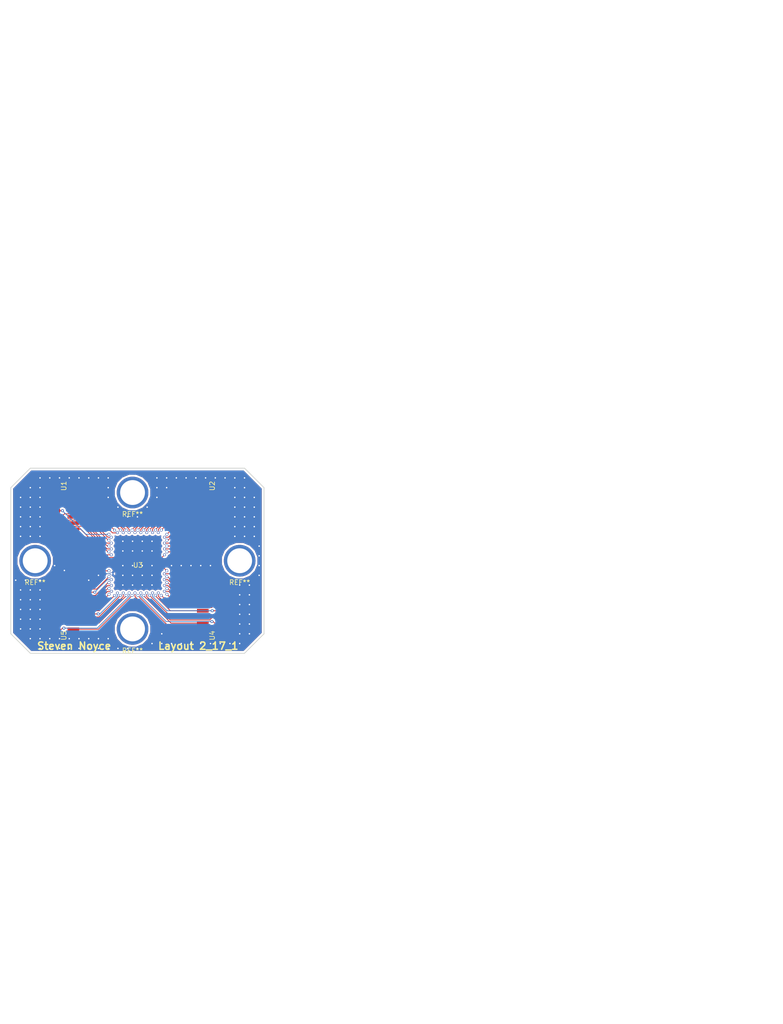
<source format=kicad_pcb>
(kicad_pcb (version 4) (host pcbnew 4.0.5)

  (general
    (links 68)
    (no_connects 0)
    (area 124.924999 85.924999 177.075001 124.075001)
    (thickness 1.6)
    (drawings 11)
    (tracks 592)
    (zones 0)
    (modules 9)
    (nets 69)
  )

  (page A4)
  (layers
    (0 F.Cu signal)
    (31 B.Cu signal)
    (32 B.Adhes user)
    (33 F.Adhes user)
    (34 B.Paste user)
    (35 F.Paste user)
    (36 B.SilkS user)
    (37 F.SilkS user)
    (38 B.Mask user)
    (39 F.Mask user)
    (40 Dwgs.User user)
    (41 Cmts.User user)
    (42 Eco1.User user)
    (43 Eco2.User user)
    (44 Edge.Cuts user)
    (45 Margin user)
    (46 B.CrtYd user)
    (47 F.CrtYd user)
    (48 B.Fab user)
    (49 F.Fab user)
  )

  (setup
    (last_trace_width 0.16)
    (user_trace_width 0.254)
    (trace_clearance 0.16)
    (zone_clearance 0.4)
    (zone_45_only no)
    (trace_min 0.16)
    (segment_width 0.2)
    (edge_width 0.15)
    (via_size 0.6)
    (via_drill 0.3)
    (via_min_size 0.6)
    (via_min_drill 0.3)
    (uvia_size 0.6)
    (uvia_drill 0.3)
    (uvias_allowed no)
    (uvia_min_size 0.6)
    (uvia_min_drill 0.1)
    (pcb_text_width 0.3)
    (pcb_text_size 1.5 1.5)
    (mod_edge_width 0.15)
    (mod_text_size 1 1)
    (mod_text_width 0.15)
    (pad_size 1.2 2.5)
    (pad_drill 0)
    (pad_to_mask_clearance 0.2)
    (aux_axis_origin 0 0)
    (visible_elements FFFFFF7F)
    (pcbplotparams
      (layerselection 0x010f8_80000001)
      (usegerberextensions false)
      (excludeedgelayer true)
      (linewidth 0.100000)
      (plotframeref false)
      (viasonmask false)
      (mode 1)
      (useauxorigin false)
      (hpglpennumber 1)
      (hpglpenspeed 20)
      (hpglpendiameter 15)
      (hpglpenoverlay 2)
      (psnegative false)
      (psa4output false)
      (plotreference true)
      (plotvalue true)
      (plotinvisibletext false)
      (padsonsilk false)
      (subtractmaskfromsilk false)
      (outputformat 1)
      (mirror false)
      (drillshape 0)
      (scaleselection 1)
      (outputdirectory Gerbers/))
  )

  (net 0 "")
  (net 1 GND)
  (net 2 1)
  (net 3 2)
  (net 4 3)
  (net 5 5)
  (net 6 6)
  (net 7 7)
  (net 8 8)
  (net 9 9)
  (net 10 10)
  (net 11 11)
  (net 12 12)
  (net 13 13)
  (net 14 14)
  (net 15 15)
  (net 16 16)
  (net 17 17)
  (net 18 18)
  (net 19 19)
  (net 20 20)
  (net 21 21)
  (net 22 22)
  (net 23 23)
  (net 24 24)
  (net 25 25)
  (net 26 26)
  (net 27 27)
  (net 28 28)
  (net 29 29)
  (net 30 30)
  (net 31 31)
  (net 32 32)
  (net 33 33)
  (net 34 34)
  (net 35 35)
  (net 36 36)
  (net 37 37)
  (net 38 38)
  (net 39 39)
  (net 40 40)
  (net 41 41)
  (net 42 42)
  (net 43 43)
  (net 44 44)
  (net 45 45)
  (net 46 46)
  (net 47 47)
  (net 48 48)
  (net 49 49)
  (net 50 50)
  (net 51 51)
  (net 52 52)
  (net 53 53)
  (net 54 54)
  (net 55 55)
  (net 56 56)
  (net 57 57)
  (net 58 58)
  (net 59 59)
  (net 60 60)
  (net 61 61)
  (net 62 62)
  (net 63 63)
  (net 64 64)
  (net 65 65)
  (net 66 66)
  (net 67 67)
  (net 68 68)

  (net_class Default "This is the default net class."
    (clearance 0.16)
    (trace_width 0.16)
    (via_dia 0.6)
    (via_drill 0.3)
    (uvia_dia 0.6)
    (uvia_drill 0.3)
    (add_net 1)
    (add_net 10)
    (add_net 11)
    (add_net 12)
    (add_net 13)
    (add_net 14)
    (add_net 15)
    (add_net 16)
    (add_net 17)
    (add_net 18)
    (add_net 19)
    (add_net 2)
    (add_net 20)
    (add_net 21)
    (add_net 22)
    (add_net 23)
    (add_net 24)
    (add_net 25)
    (add_net 26)
    (add_net 27)
    (add_net 28)
    (add_net 29)
    (add_net 3)
    (add_net 30)
    (add_net 31)
    (add_net 32)
    (add_net 33)
    (add_net 34)
    (add_net 35)
    (add_net 36)
    (add_net 37)
    (add_net 38)
    (add_net 39)
    (add_net 40)
    (add_net 41)
    (add_net 42)
    (add_net 43)
    (add_net 44)
    (add_net 45)
    (add_net 46)
    (add_net 47)
    (add_net 48)
    (add_net 49)
    (add_net 5)
    (add_net 50)
    (add_net 51)
    (add_net 52)
    (add_net 53)
    (add_net 54)
    (add_net 55)
    (add_net 56)
    (add_net 57)
    (add_net 58)
    (add_net 59)
    (add_net 6)
    (add_net 60)
    (add_net 61)
    (add_net 62)
    (add_net 63)
    (add_net 64)
    (add_net 65)
    (add_net 66)
    (add_net 67)
    (add_net 68)
    (add_net 7)
    (add_net 8)
    (add_net 9)
    (add_net GND)
  )

  (module "NoyceLibrary:Headers_SMD_1.27_2x9_(mult_00060T4LF)" (layer F.Cu) (tedit 5A946820) (tstamp 5A946DCA)
    (at 135.89 96 90)
    (path /5A947401)
    (solder_mask_margin 0.2)
    (solder_paste_margin -0.1)
    (fp_text reference U1 (at 6.35 0 90) (layer F.SilkS)
      (effects (font (size 1 1) (thickness 0.15)))
    )
    (fp_text value "Headers_SMD_2x9_(part_95157-240LF)" (at 0 -6 90) (layer F.Fab)
      (effects (font (size 1 1) (thickness 0.15)))
    )
    (pad 1 smd rect (at -5.08 1.95 90) (size 0.76 2.4) (layers F.Cu F.Paste F.Mask)
      (net 2 1))
    (pad 2 smd rect (at -5.08 -1.95 90) (size 0.76 2.4) (layers F.Cu F.Paste F.Mask)
      (net 3 2))
    (pad 3 smd rect (at -3.81 1.95 90) (size 0.76 2.4) (layers F.Cu F.Paste F.Mask)
      (net 4 3))
    (pad 4 smd rect (at -3.81 -1.95 90) (size 0.76 2.4) (layers F.Cu F.Paste F.Mask)
      (net 1 GND))
    (pad 5 smd rect (at -2.54 1.95 90) (size 0.76 2.4) (layers F.Cu F.Paste F.Mask)
      (net 5 5))
    (pad 6 smd rect (at -2.54 -1.95 90) (size 0.76 2.4) (layers F.Cu F.Paste F.Mask)
      (net 6 6))
    (pad 7 smd rect (at -1.27 1.95 90) (size 0.76 2.4) (layers F.Cu F.Paste F.Mask)
      (net 7 7))
    (pad 8 smd rect (at -1.27 -1.95 90) (size 0.76 2.4) (layers F.Cu F.Paste F.Mask)
      (net 8 8))
    (pad 9 smd rect (at 0 1.95 90) (size 0.76 2.4) (layers F.Cu F.Paste F.Mask)
      (net 9 9))
    (pad 10 smd rect (at 0 -1.95 90) (size 0.76 2.4) (layers F.Cu F.Paste F.Mask)
      (net 10 10))
    (pad 11 smd rect (at 1.27 1.95 90) (size 0.76 2.4) (layers F.Cu F.Paste F.Mask)
      (net 11 11))
    (pad 12 smd rect (at 1.27 -1.95 90) (size 0.76 2.4) (layers F.Cu F.Paste F.Mask)
      (net 12 12))
    (pad 13 smd rect (at 2.54 1.95 90) (size 0.76 2.4) (layers F.Cu F.Paste F.Mask)
      (net 13 13))
    (pad 14 smd rect (at 2.54 -1.95 90) (size 0.76 2.4) (layers F.Cu F.Paste F.Mask)
      (net 14 14))
    (pad 15 smd rect (at 3.81 1.95 90) (size 0.76 2.4) (layers F.Cu F.Paste F.Mask)
      (net 15 15))
    (pad 16 smd rect (at 3.81 -1.95 90) (size 0.76 2.4) (layers F.Cu F.Paste F.Mask)
      (net 16 16))
    (pad 17 smd rect (at 5.08 1.95 90) (size 0.76 2.4) (layers F.Cu F.Paste F.Mask)
      (net 17 17))
    (pad 18 smd rect (at 5.08 -1.95 90) (size 0.76 2.4) (layers F.Cu F.Paste F.Mask)
      (net 18 18))
  )

  (module "NoyceLibrary:Headers_SMD_1.27_2x9_(mult_00060T4LF)" (layer F.Cu) (tedit 5A946820) (tstamp 5A946DE0)
    (at 166.37 96 270)
    (path /5A94743D)
    (solder_mask_margin 0.2)
    (solder_paste_margin -0.1)
    (fp_text reference U2 (at -6.35 0 270) (layer F.SilkS)
      (effects (font (size 1 1) (thickness 0.15)))
    )
    (fp_text value "Headers_SMD_2x9_(part_95157-240LF)" (at 0 -6 270) (layer F.Fab)
      (effects (font (size 1 1) (thickness 0.15)))
    )
    (pad 1 smd rect (at -5.08 1.95 270) (size 0.76 2.4) (layers F.Cu F.Paste F.Mask)
      (net 19 19))
    (pad 2 smd rect (at -5.08 -1.95 270) (size 0.76 2.4) (layers F.Cu F.Paste F.Mask)
      (net 20 20))
    (pad 3 smd rect (at -3.81 1.95 270) (size 0.76 2.4) (layers F.Cu F.Paste F.Mask)
      (net 21 21))
    (pad 4 smd rect (at -3.81 -1.95 270) (size 0.76 2.4) (layers F.Cu F.Paste F.Mask)
      (net 22 22))
    (pad 5 smd rect (at -2.54 1.95 270) (size 0.76 2.4) (layers F.Cu F.Paste F.Mask)
      (net 23 23))
    (pad 6 smd rect (at -2.54 -1.95 270) (size 0.76 2.4) (layers F.Cu F.Paste F.Mask)
      (net 24 24))
    (pad 7 smd rect (at -1.27 1.95 270) (size 0.76 2.4) (layers F.Cu F.Paste F.Mask)
      (net 25 25))
    (pad 8 smd rect (at -1.27 -1.95 270) (size 0.76 2.4) (layers F.Cu F.Paste F.Mask)
      (net 26 26))
    (pad 9 smd rect (at 0 1.95 270) (size 0.76 2.4) (layers F.Cu F.Paste F.Mask)
      (net 27 27))
    (pad 10 smd rect (at 0 -1.95 270) (size 0.76 2.4) (layers F.Cu F.Paste F.Mask)
      (net 28 28))
    (pad 11 smd rect (at 1.27 1.95 270) (size 0.76 2.4) (layers F.Cu F.Paste F.Mask)
      (net 29 29))
    (pad 12 smd rect (at 1.27 -1.95 270) (size 0.76 2.4) (layers F.Cu F.Paste F.Mask)
      (net 30 30))
    (pad 13 smd rect (at 2.54 1.95 270) (size 0.76 2.4) (layers F.Cu F.Paste F.Mask)
      (net 31 31))
    (pad 14 smd rect (at 2.54 -1.95 270) (size 0.76 2.4) (layers F.Cu F.Paste F.Mask)
      (net 32 32))
    (pad 15 smd rect (at 3.81 1.95 270) (size 0.76 2.4) (layers F.Cu F.Paste F.Mask)
      (net 33 33))
    (pad 16 smd rect (at 3.81 -1.95 270) (size 0.76 2.4) (layers F.Cu F.Paste F.Mask)
      (net 34 34))
    (pad 17 smd rect (at 5.08 1.95 270) (size 0.76 2.4) (layers F.Cu F.Paste F.Mask)
      (net 35 35))
    (pad 18 smd rect (at 5.08 -1.95 270) (size 0.76 2.4) (layers F.Cu F.Paste F.Mask)
      (net 36 36))
  )

  (module "NoyceLibrary:Headers_SMD_1.27_2x9_(mult_00060T4LF)" (layer F.Cu) (tedit 5A946820) (tstamp 5A946F6E)
    (at 166.37 114 270)
    (path /5A94746C)
    (solder_mask_margin 0.2)
    (solder_paste_margin -0.1)
    (fp_text reference U4 (at 6.35 0 270) (layer F.SilkS)
      (effects (font (size 1 1) (thickness 0.15)))
    )
    (fp_text value "Headers_SMD_2x9_(part_95157-240LF)" (at 0 -6 270) (layer F.Fab)
      (effects (font (size 1 1) (thickness 0.15)))
    )
    (pad 1 smd rect (at -5.08 1.95 270) (size 0.76 2.4) (layers F.Cu F.Paste F.Mask)
      (net 37 37))
    (pad 2 smd rect (at -5.08 -1.95 270) (size 0.76 2.4) (layers F.Cu F.Paste F.Mask)
      (net 38 38))
    (pad 3 smd rect (at -3.81 1.95 270) (size 0.76 2.4) (layers F.Cu F.Paste F.Mask)
      (net 39 39))
    (pad 4 smd rect (at -3.81 -1.95 270) (size 0.76 2.4) (layers F.Cu F.Paste F.Mask)
      (net 40 40))
    (pad 5 smd rect (at -2.54 1.95 270) (size 0.76 2.4) (layers F.Cu F.Paste F.Mask)
      (net 41 41))
    (pad 6 smd rect (at -2.54 -1.95 270) (size 0.76 2.4) (layers F.Cu F.Paste F.Mask)
      (net 42 42))
    (pad 7 smd rect (at -1.27 1.95 270) (size 0.76 2.4) (layers F.Cu F.Paste F.Mask)
      (net 43 43))
    (pad 8 smd rect (at -1.27 -1.95 270) (size 0.76 2.4) (layers F.Cu F.Paste F.Mask)
      (net 44 44))
    (pad 9 smd rect (at 0 1.95 270) (size 0.76 2.4) (layers F.Cu F.Paste F.Mask)
      (net 45 45))
    (pad 10 smd rect (at 0 -1.95 270) (size 0.76 2.4) (layers F.Cu F.Paste F.Mask)
      (net 46 46))
    (pad 11 smd rect (at 1.27 1.95 270) (size 0.76 2.4) (layers F.Cu F.Paste F.Mask)
      (net 47 47))
    (pad 12 smd rect (at 1.27 -1.95 270) (size 0.76 2.4) (layers F.Cu F.Paste F.Mask)
      (net 48 48))
    (pad 13 smd rect (at 2.54 1.95 270) (size 0.76 2.4) (layers F.Cu F.Paste F.Mask)
      (net 49 49))
    (pad 14 smd rect (at 2.54 -1.95 270) (size 0.76 2.4) (layers F.Cu F.Paste F.Mask)
      (net 50 50))
    (pad 15 smd rect (at 3.81 1.95 270) (size 0.76 2.4) (layers F.Cu F.Paste F.Mask)
      (net 51 51))
    (pad 16 smd rect (at 3.81 -1.95 270) (size 0.76 2.4) (layers F.Cu F.Paste F.Mask)
      (net 52 52))
    (pad 17 smd rect (at 5.08 1.95 270) (size 0.76 2.4) (layers F.Cu F.Paste F.Mask)
      (net 53 53))
    (pad 18 smd rect (at 5.08 -1.95 270) (size 0.76 2.4) (layers F.Cu F.Paste F.Mask)
      (net 54 54))
  )

  (module "NoyceLibrary:Headers_SMD_1.27_2x9_(mult_00060T4LF)" (layer F.Cu) (tedit 5A946820) (tstamp 5A946F84)
    (at 135.89 114 90)
    (path /5A9474B3)
    (solder_mask_margin 0.2)
    (solder_paste_margin -0.1)
    (fp_text reference U5 (at -6.35 0 90) (layer F.SilkS)
      (effects (font (size 1 1) (thickness 0.15)))
    )
    (fp_text value "Headers_SMD_2x9_(part_95157-240LF)" (at 0 -6 90) (layer F.Fab)
      (effects (font (size 1 1) (thickness 0.15)))
    )
    (pad 1 smd rect (at -5.08 1.95 90) (size 0.76 2.4) (layers F.Cu F.Paste F.Mask)
      (net 55 55))
    (pad 2 smd rect (at -5.08 -1.95 90) (size 0.76 2.4) (layers F.Cu F.Paste F.Mask)
      (net 56 56))
    (pad 3 smd rect (at -3.81 1.95 90) (size 0.76 2.4) (layers F.Cu F.Paste F.Mask)
      (net 57 57))
    (pad 4 smd rect (at -3.81 -1.95 90) (size 0.76 2.4) (layers F.Cu F.Paste F.Mask)
      (net 58 58))
    (pad 5 smd rect (at -2.54 1.95 90) (size 0.76 2.4) (layers F.Cu F.Paste F.Mask)
      (net 59 59))
    (pad 6 smd rect (at -2.54 -1.95 90) (size 0.76 2.4) (layers F.Cu F.Paste F.Mask)
      (net 60 60))
    (pad 7 smd rect (at -1.27 1.95 90) (size 0.76 2.4) (layers F.Cu F.Paste F.Mask)
      (net 61 61))
    (pad 8 smd rect (at -1.27 -1.95 90) (size 0.76 2.4) (layers F.Cu F.Paste F.Mask)
      (net 62 62))
    (pad 9 smd rect (at 0 1.95 90) (size 0.76 2.4) (layers F.Cu F.Paste F.Mask)
      (net 63 63))
    (pad 10 smd rect (at 0 -1.95 90) (size 0.76 2.4) (layers F.Cu F.Paste F.Mask)
      (net 64 64))
    (pad 11 smd rect (at 1.27 1.95 90) (size 0.76 2.4) (layers F.Cu F.Paste F.Mask)
      (net 65 65))
    (pad 12 smd rect (at 1.27 -1.95 90) (size 0.76 2.4) (layers F.Cu F.Paste F.Mask)
      (net 66 66))
    (pad 13 smd rect (at 2.54 1.95 90) (size 0.76 2.4) (layers F.Cu F.Paste F.Mask)
      (net 67 67))
    (pad 14 smd rect (at 2.54 -1.95 90) (size 0.76 2.4) (layers F.Cu F.Paste F.Mask)
      (net 68 68))
    (pad 15 smd rect (at 3.81 1.95 90) (size 0.76 2.4) (layers F.Cu F.Paste F.Mask))
    (pad 16 smd rect (at 3.81 -1.95 90) (size 0.76 2.4) (layers F.Cu F.Paste F.Mask))
    (pad 17 smd rect (at 5.08 1.95 90) (size 0.76 2.4) (layers F.Cu F.Paste F.Mask))
    (pad 18 smd rect (at 5.08 -1.95 90) (size 0.76 2.4) (layers F.Cu F.Paste F.Mask))
  )

  (module NoyceLibrary:Magnet_Rivet_5mm (layer F.Cu) (tedit 5A943492) (tstamp 5A97A9AF)
    (at 150 91)
    (fp_text reference REF** (at 0 4.45) (layer F.SilkS)
      (effects (font (size 1 1) (thickness 0.15)))
    )
    (fp_text value Magnet_Rivet_5mm (at -0.05 -4.5) (layer F.Fab)
      (effects (font (size 1 1) (thickness 0.15)))
    )
    (pad 1 thru_hole circle (at 0 0) (size 6.5 6.5) (drill 5.1) (layers *.Cu *.Mask))
  )

  (module NoyceLibrary:Magnet_Rivet_5mm (layer F.Cu) (tedit 5A943492) (tstamp 5A97A9B4)
    (at 150 119)
    (fp_text reference REF** (at 0 4.45) (layer F.SilkS)
      (effects (font (size 1 1) (thickness 0.15)))
    )
    (fp_text value Magnet_Rivet_5mm (at -0.05 -4.5) (layer F.Fab)
      (effects (font (size 1 1) (thickness 0.15)))
    )
    (pad 1 thru_hole circle (at 0 0) (size 6.5 6.5) (drill 5.1) (layers *.Cu *.Mask))
  )

  (module NoyceLibrary:Magnet_Rivet_5mm (layer F.Cu) (tedit 5A943492) (tstamp 5A97A9B9)
    (at 172 105)
    (fp_text reference REF** (at 0 4.45) (layer F.SilkS)
      (effects (font (size 1 1) (thickness 0.15)))
    )
    (fp_text value Magnet_Rivet_5mm (at -0.05 -4.5) (layer F.Fab)
      (effects (font (size 1 1) (thickness 0.15)))
    )
    (pad 1 thru_hole circle (at 0 0) (size 6.5 6.5) (drill 5.1) (layers *.Cu *.Mask))
  )

  (module NoyceLibrary:Magnet_Rivet_5mm (layer F.Cu) (tedit 5A943492) (tstamp 5A97A9BE)
    (at 130 105)
    (fp_text reference REF** (at 0 4.45) (layer F.SilkS)
      (effects (font (size 1 1) (thickness 0.15)))
    )
    (fp_text value Magnet_Rivet_5mm (at -0.05 -4.5) (layer F.Fab)
      (effects (font (size 1 1) (thickness 0.15)))
    )
    (pad 1 thru_hole circle (at 0 0) (size 6.5 6.5) (drill 5.1) (layers *.Cu *.Mask))
  )

  (module NoyceLibrary:Layout_2_Pogos_2 (layer F.Cu) (tedit 5A94659B) (tstamp 5A947965)
    (at 151.13 105.41)
    (path /5913392C)
    (fp_text reference U3 (at 0 0.5) (layer F.SilkS)
      (effects (font (size 1 1) (thickness 0.15)))
    )
    (fp_text value "68_PLCC_Socket_(8468-21B1-RK-TP)" (at 0 -8.75) (layer F.Fab)
      (effects (font (size 1 1) (thickness 0.15)))
    )
    (fp_line (start -5.35 -1.15) (end -5.81 -1.15) (layer Dwgs.User) (width 0.1))
    (fp_line (start -5.81 -1.15) (end -5.81 -1.26) (layer Dwgs.User) (width 0.1))
    (fp_line (start -5.81 -1.26) (end -5.35 -1.26) (layer Dwgs.User) (width 0.1))
    (fp_line (start -5.35 -1.26) (end -5.35 -1.15) (layer Dwgs.User) (width 0.1))
    (fp_line (start -5.81 1.3) (end -5.81 1.19) (layer Dwgs.User) (width 0.1))
    (fp_line (start -5.81 1.19) (end -5.35 1.19) (layer Dwgs.User) (width 0.1))
    (fp_line (start -5.35 1.19) (end -5.35 1.3) (layer Dwgs.User) (width 0.1))
    (fp_line (start -5.35 1.3) (end -5.81 1.3) (layer Dwgs.User) (width 0.1))
    (fp_line (start -5.81 -0.955) (end -5.81 -1.055) (layer Dwgs.User) (width 0.1))
    (fp_line (start -5.81 -1.055) (end -5.35 -1.055) (layer Dwgs.User) (width 0.1))
    (fp_line (start -5.35 -1.055) (end -5.35 -0.955) (layer Dwgs.User) (width 0.1))
    (fp_line (start -5.35 -0.955) (end -5.81 -0.955) (layer Dwgs.User) (width 0.1))
    (fp_line (start -5.81 1.095) (end -5.81 0.995) (layer Dwgs.User) (width 0.1))
    (fp_line (start -5.81 0.995) (end -5.35 0.995) (layer Dwgs.User) (width 0.1))
    (fp_line (start -5.35 0.995) (end -5.35 1.095) (layer Dwgs.User) (width 0.1))
    (fp_line (start -5.35 1.095) (end -5.81 1.095) (layer Dwgs.User) (width 0.1))
    (fp_line (start -5.81 -0.765) (end -5.81 -0.865) (layer Dwgs.User) (width 0.1))
    (fp_line (start -5.81 -0.865) (end -5.35 -0.865) (layer Dwgs.User) (width 0.1))
    (fp_line (start -5.35 -0.865) (end -5.35 -0.765) (layer Dwgs.User) (width 0.1))
    (fp_line (start -5.35 -0.765) (end -5.81 -0.765) (layer Dwgs.User) (width 0.1))
    (fp_line (start -5.81 0.905) (end -5.81 0.805) (layer Dwgs.User) (width 0.1))
    (fp_line (start -5.81 0.805) (end -5.35 0.805) (layer Dwgs.User) (width 0.1))
    (fp_line (start -5.35 0.805) (end -5.35 0.905) (layer Dwgs.User) (width 0.1))
    (fp_line (start -5.35 0.905) (end -5.81 0.905) (layer Dwgs.User) (width 0.1))
    (fp_line (start -5.81 -0.575) (end -5.81 -0.675) (layer Dwgs.User) (width 0.1))
    (fp_line (start -5.81 -0.675) (end -5.35 -0.675) (layer Dwgs.User) (width 0.1))
    (fp_line (start -5.35 -0.675) (end -5.35 -0.575) (layer Dwgs.User) (width 0.1))
    (fp_line (start -5.35 -0.575) (end -5.81 -0.575) (layer Dwgs.User) (width 0.1))
    (fp_line (start -5.81 0.715) (end -5.81 0.615) (layer Dwgs.User) (width 0.1))
    (fp_line (start -5.81 0.615) (end -5.35 0.615) (layer Dwgs.User) (width 0.1))
    (fp_line (start -5.35 0.615) (end -5.35 0.715) (layer Dwgs.User) (width 0.1))
    (fp_line (start -5.35 0.715) (end -5.81 0.715) (layer Dwgs.User) (width 0.1))
    (fp_line (start -5.06 6.95) (end -5.06 6.09) (layer Dwgs.User) (width 0.1))
    (fp_line (start -5.06 6.09) (end -4.6 6.09) (layer Dwgs.User) (width 0.1))
    (fp_line (start -4.6 6.09) (end -4.6 6.95) (layer Dwgs.User) (width 0.1))
    (fp_line (start -4.6 6.95) (end -5.06 6.95) (layer Dwgs.User) (width 0.1))
    (fp_line (start -4.46 6.95) (end -4.46 6.09) (layer Dwgs.User) (width 0.1))
    (fp_line (start -4.46 6.09) (end -4 6.09) (layer Dwgs.User) (width 0.1))
    (fp_line (start -4 6.09) (end -4 6.95) (layer Dwgs.User) (width 0.1))
    (fp_line (start -4 6.95) (end -4.46 6.95) (layer Dwgs.User) (width 0.1))
    (fp_line (start -3.86 6.95) (end -3.86 6.09) (layer Dwgs.User) (width 0.1))
    (fp_line (start -3.86 6.09) (end -3.4 6.09) (layer Dwgs.User) (width 0.1))
    (fp_line (start -3.4 6.09) (end -3.4 6.95) (layer Dwgs.User) (width 0.1))
    (fp_line (start -3.4 6.95) (end -3.86 6.95) (layer Dwgs.User) (width 0.1))
    (fp_line (start -3.26 6.95) (end -3.26 6.09) (layer Dwgs.User) (width 0.1))
    (fp_line (start -3.26 6.09) (end -2.8 6.09) (layer Dwgs.User) (width 0.1))
    (fp_line (start -2.8 6.09) (end -2.8 6.95) (layer Dwgs.User) (width 0.1))
    (fp_line (start -2.8 6.95) (end -3.26 6.95) (layer Dwgs.User) (width 0.1))
    (fp_line (start -2.66 6.95) (end -2.66 6.09) (layer Dwgs.User) (width 0.1))
    (fp_line (start -2.66 6.09) (end -2.2 6.09) (layer Dwgs.User) (width 0.1))
    (fp_line (start -2.2 6.09) (end -2.2 6.95) (layer Dwgs.User) (width 0.1))
    (fp_line (start -2.2 6.95) (end -2.66 6.95) (layer Dwgs.User) (width 0.1))
    (fp_line (start -2.06 6.95) (end -2.06 6.09) (layer Dwgs.User) (width 0.1))
    (fp_line (start -2.06 6.09) (end -1.6 6.09) (layer Dwgs.User) (width 0.1))
    (fp_line (start -1.6 6.09) (end -1.6 6.95) (layer Dwgs.User) (width 0.1))
    (fp_line (start -1.6 6.95) (end -2.06 6.95) (layer Dwgs.User) (width 0.1))
    (fp_line (start -1.46 6.95) (end -1.46 6.09) (layer Dwgs.User) (width 0.1))
    (fp_line (start -1.46 6.09) (end -1 6.09) (layer Dwgs.User) (width 0.1))
    (fp_line (start -1 6.09) (end -1 6.95) (layer Dwgs.User) (width 0.1))
    (fp_line (start -1 6.95) (end -1.46 6.95) (layer Dwgs.User) (width 0.1))
    (fp_line (start -0.86 6.95) (end -0.86 6.09) (layer Dwgs.User) (width 0.1))
    (fp_line (start -0.86 6.09) (end -0.4 6.09) (layer Dwgs.User) (width 0.1))
    (fp_line (start -0.4 6.09) (end -0.4 6.95) (layer Dwgs.User) (width 0.1))
    (fp_line (start -0.4 6.95) (end -0.86 6.95) (layer Dwgs.User) (width 0.1))
    (fp_line (start -0.26 6.95) (end -0.26 6.09) (layer Dwgs.User) (width 0.1))
    (fp_line (start -0.26 6.09) (end 0.2 6.09) (layer Dwgs.User) (width 0.1))
    (fp_line (start 0.2 6.09) (end 0.2 6.95) (layer Dwgs.User) (width 0.1))
    (fp_line (start 0.2 6.95) (end -0.26 6.95) (layer Dwgs.User) (width 0.1))
    (fp_line (start 0.34 6.95) (end 0.34 6.09) (layer Dwgs.User) (width 0.1))
    (fp_line (start 0.34 6.09) (end 0.8 6.09) (layer Dwgs.User) (width 0.1))
    (fp_line (start 0.8 6.09) (end 0.8 6.95) (layer Dwgs.User) (width 0.1))
    (fp_line (start 0.8 6.95) (end 0.34 6.95) (layer Dwgs.User) (width 0.1))
    (fp_line (start 0.94 6.95) (end 0.94 6.09) (layer Dwgs.User) (width 0.1))
    (fp_line (start 0.94 6.09) (end 1.4 6.09) (layer Dwgs.User) (width 0.1))
    (fp_line (start 1.4 6.09) (end 1.4 6.95) (layer Dwgs.User) (width 0.1))
    (fp_line (start 1.4 6.95) (end 0.94 6.95) (layer Dwgs.User) (width 0.1))
    (fp_line (start 1.54 6.95) (end 1.54 6.09) (layer Dwgs.User) (width 0.1))
    (fp_line (start 1.54 6.09) (end 2 6.09) (layer Dwgs.User) (width 0.1))
    (fp_line (start 2 6.09) (end 2 6.95) (layer Dwgs.User) (width 0.1))
    (fp_line (start 2 6.95) (end 1.54 6.95) (layer Dwgs.User) (width 0.1))
    (fp_line (start 2.14 6.95) (end 2.14 6.09) (layer Dwgs.User) (width 0.1))
    (fp_line (start 2.14 6.09) (end 2.6 6.09) (layer Dwgs.User) (width 0.1))
    (fp_line (start 2.6 6.09) (end 2.6 6.95) (layer Dwgs.User) (width 0.1))
    (fp_line (start 2.6 6.95) (end 2.14 6.95) (layer Dwgs.User) (width 0.1))
    (fp_line (start -6.21 4.9) (end -6.21 4.44) (layer Dwgs.User) (width 0.1))
    (fp_line (start -6.21 4.44) (end -5.35 4.44) (layer Dwgs.User) (width 0.1))
    (fp_line (start -5.35 4.44) (end -5.35 4.9) (layer Dwgs.User) (width 0.1))
    (fp_line (start -5.35 4.9) (end -6.21 4.9) (layer Dwgs.User) (width 0.1))
    (fp_line (start -6.21 4.3) (end -6.21 3.84) (layer Dwgs.User) (width 0.1))
    (fp_line (start -6.21 3.84) (end -5.35 3.84) (layer Dwgs.User) (width 0.1))
    (fp_line (start -5.35 3.84) (end -5.35 4.3) (layer Dwgs.User) (width 0.1))
    (fp_line (start -5.35 4.3) (end -6.21 4.3) (layer Dwgs.User) (width 0.1))
    (fp_line (start -6.21 3.7) (end -6.21 3.24) (layer Dwgs.User) (width 0.1))
    (fp_line (start -6.21 3.24) (end -5.35 3.24) (layer Dwgs.User) (width 0.1))
    (fp_line (start -5.35 3.24) (end -5.35 3.7) (layer Dwgs.User) (width 0.1))
    (fp_line (start -5.35 3.7) (end -6.21 3.7) (layer Dwgs.User) (width 0.1))
    (fp_line (start -6.21 3.1) (end -6.21 2.64) (layer Dwgs.User) (width 0.1))
    (fp_line (start -6.21 2.64) (end -5.35 2.64) (layer Dwgs.User) (width 0.1))
    (fp_line (start -5.35 2.64) (end -5.35 3.1) (layer Dwgs.User) (width 0.1))
    (fp_line (start -5.35 3.1) (end -6.21 3.1) (layer Dwgs.User) (width 0.1))
    (fp_line (start -6.21 2.5) (end -6.21 2.04) (layer Dwgs.User) (width 0.1))
    (fp_line (start -6.21 2.04) (end -5.35 2.04) (layer Dwgs.User) (width 0.1))
    (fp_line (start -5.35 2.04) (end -5.35 2.5) (layer Dwgs.User) (width 0.1))
    (fp_line (start -5.35 2.5) (end -6.21 2.5) (layer Dwgs.User) (width 0.1))
    (fp_line (start -6.21 1.9) (end -6.21 1.44) (layer Dwgs.User) (width 0.1))
    (fp_line (start -6.21 1.44) (end -5.35 1.44) (layer Dwgs.User) (width 0.1))
    (fp_line (start -5.35 1.44) (end -5.35 1.9) (layer Dwgs.User) (width 0.1))
    (fp_line (start -5.35 1.9) (end -6.21 1.9) (layer Dwgs.User) (width 0.1))
    (fp_line (start 5.29 6.1) (end 5.29 5.64) (layer Dwgs.User) (width 0.1))
    (fp_line (start 5.29 5.64) (end 6.15 5.64) (layer Dwgs.User) (width 0.1))
    (fp_line (start 6.15 5.64) (end 6.15 6.1) (layer Dwgs.User) (width 0.1))
    (fp_line (start 6.15 6.1) (end 5.29 6.1) (layer Dwgs.User) (width 0.1))
    (fp_line (start 5.29 5.5) (end 5.29 5.04) (layer Dwgs.User) (width 0.1))
    (fp_line (start 5.29 5.04) (end 6.15 5.04) (layer Dwgs.User) (width 0.1))
    (fp_line (start 6.15 5.04) (end 6.15 5.5) (layer Dwgs.User) (width 0.1))
    (fp_line (start 6.15 5.5) (end 5.29 5.5) (layer Dwgs.User) (width 0.1))
    (fp_line (start 5.29 4.9) (end 5.29 4.44) (layer Dwgs.User) (width 0.1))
    (fp_line (start 5.29 4.44) (end 6.15 4.44) (layer Dwgs.User) (width 0.1))
    (fp_line (start 6.15 4.44) (end 6.15 4.9) (layer Dwgs.User) (width 0.1))
    (fp_line (start 6.15 4.9) (end 5.29 4.9) (layer Dwgs.User) (width 0.1))
    (fp_line (start 5.29 4.3) (end 5.29 3.84) (layer Dwgs.User) (width 0.1))
    (fp_line (start 5.29 3.84) (end 6.15 3.84) (layer Dwgs.User) (width 0.1))
    (fp_line (start 6.15 3.84) (end 6.15 4.3) (layer Dwgs.User) (width 0.1))
    (fp_line (start 6.15 4.3) (end 5.29 4.3) (layer Dwgs.User) (width 0.1))
    (fp_line (start 5.29 3.7) (end 5.29 3.24) (layer Dwgs.User) (width 0.1))
    (fp_line (start 5.29 3.24) (end 6.15 3.24) (layer Dwgs.User) (width 0.1))
    (fp_line (start 6.15 3.24) (end 6.15 3.7) (layer Dwgs.User) (width 0.1))
    (fp_line (start 6.15 3.7) (end 5.29 3.7) (layer Dwgs.User) (width 0.1))
    (fp_line (start 5.29 3.1) (end 5.29 2.64) (layer Dwgs.User) (width 0.1))
    (fp_line (start 5.29 2.64) (end 6.15 2.64) (layer Dwgs.User) (width 0.1))
    (fp_line (start 6.15 2.64) (end 6.15 3.1) (layer Dwgs.User) (width 0.1))
    (fp_line (start 6.15 3.1) (end 5.29 3.1) (layer Dwgs.User) (width 0.1))
    (fp_line (start 5.29 2.5) (end 5.29 2.04) (layer Dwgs.User) (width 0.1))
    (fp_line (start 5.29 2.04) (end 6.15 2.04) (layer Dwgs.User) (width 0.1))
    (fp_line (start 6.15 2.04) (end 6.15 2.5) (layer Dwgs.User) (width 0.1))
    (fp_line (start 6.15 2.5) (end 5.29 2.5) (layer Dwgs.User) (width 0.1))
    (fp_line (start 5.29 1.9) (end 5.29 1.44) (layer Dwgs.User) (width 0.1))
    (fp_line (start 5.29 1.44) (end 6.15 1.44) (layer Dwgs.User) (width 0.1))
    (fp_line (start 6.15 1.44) (end 6.15 1.9) (layer Dwgs.User) (width 0.1))
    (fp_line (start 6.15 1.9) (end 5.29 1.9) (layer Dwgs.User) (width 0.1))
    (fp_line (start -6.21 -1.4) (end -6.21 -1.86) (layer Dwgs.User) (width 0.1))
    (fp_line (start -6.21 -1.86) (end -5.35 -1.86) (layer Dwgs.User) (width 0.1))
    (fp_line (start -5.35 -1.86) (end -5.35 -1.4) (layer Dwgs.User) (width 0.1))
    (fp_line (start -5.35 -1.4) (end -6.21 -1.4) (layer Dwgs.User) (width 0.1))
    (fp_line (start -6.21 -2) (end -6.21 -2.46) (layer Dwgs.User) (width 0.1))
    (fp_line (start -6.21 -2.46) (end -5.35 -2.46) (layer Dwgs.User) (width 0.1))
    (fp_line (start -5.35 -2.46) (end -5.35 -2) (layer Dwgs.User) (width 0.1))
    (fp_line (start -5.35 -2) (end -6.21 -2) (layer Dwgs.User) (width 0.1))
    (fp_line (start -6.21 -2.6) (end -6.21 -3.06) (layer Dwgs.User) (width 0.1))
    (fp_line (start -6.21 -3.06) (end -5.35 -3.06) (layer Dwgs.User) (width 0.1))
    (fp_line (start -5.35 -3.06) (end -5.35 -2.6) (layer Dwgs.User) (width 0.1))
    (fp_line (start -5.35 -2.6) (end -6.21 -2.6) (layer Dwgs.User) (width 0.1))
    (fp_line (start -6.21 -3.2) (end -6.21 -3.66) (layer Dwgs.User) (width 0.1))
    (fp_line (start -6.21 -3.66) (end -5.35 -3.66) (layer Dwgs.User) (width 0.1))
    (fp_line (start -5.35 -3.66) (end -5.35 -3.2) (layer Dwgs.User) (width 0.1))
    (fp_line (start -5.35 -3.2) (end -6.21 -3.2) (layer Dwgs.User) (width 0.1))
    (fp_line (start -6.21 -3.8) (end -6.21 -4.26) (layer Dwgs.User) (width 0.1))
    (fp_line (start -6.21 -4.26) (end -5.35 -4.26) (layer Dwgs.User) (width 0.1))
    (fp_line (start -5.35 -4.26) (end -5.35 -3.8) (layer Dwgs.User) (width 0.1))
    (fp_line (start -5.35 -3.8) (end -6.21 -3.8) (layer Dwgs.User) (width 0.1))
    (fp_line (start -6.21 -4.4) (end -6.21 -4.86) (layer Dwgs.User) (width 0.1))
    (fp_line (start -6.21 -4.86) (end -5.35 -4.86) (layer Dwgs.User) (width 0.1))
    (fp_line (start -5.35 -4.86) (end -5.35 -4.4) (layer Dwgs.User) (width 0.1))
    (fp_line (start -5.35 -4.4) (end -6.21 -4.4) (layer Dwgs.User) (width 0.1))
    (fp_line (start -6.21 -5) (end -6.21 -5.46) (layer Dwgs.User) (width 0.1))
    (fp_line (start -6.21 -5.46) (end -5.35 -5.46) (layer Dwgs.User) (width 0.1))
    (fp_line (start -5.35 -5.46) (end -5.35 -5) (layer Dwgs.User) (width 0.1))
    (fp_line (start -5.35 -5) (end -6.21 -5) (layer Dwgs.User) (width 0.1))
    (fp_line (start -6.21 -5.6) (end -6.21 -6.06) (layer Dwgs.User) (width 0.1))
    (fp_line (start -6.21 -6.06) (end -5.35 -6.06) (layer Dwgs.User) (width 0.1))
    (fp_line (start -5.35 -6.06) (end -5.35 -5.6) (layer Dwgs.User) (width 0.1))
    (fp_line (start -5.35 -5.6) (end -6.21 -5.6) (layer Dwgs.User) (width 0.1))
    (fp_line (start 5.29 -1.4) (end 5.29 -1.86) (layer Dwgs.User) (width 0.1))
    (fp_line (start 5.29 -1.86) (end 6.15 -1.86) (layer Dwgs.User) (width 0.1))
    (fp_line (start 6.15 -1.86) (end 6.15 -1.4) (layer Dwgs.User) (width 0.1))
    (fp_line (start 6.15 -1.4) (end 5.29 -1.4) (layer Dwgs.User) (width 0.1))
    (fp_line (start 5.29 -2) (end 5.29 -2.46) (layer Dwgs.User) (width 0.1))
    (fp_line (start 5.29 -2.46) (end 6.15 -2.46) (layer Dwgs.User) (width 0.1))
    (fp_line (start 6.15 -2.46) (end 6.15 -2) (layer Dwgs.User) (width 0.1))
    (fp_line (start 6.15 -2) (end 5.29 -2) (layer Dwgs.User) (width 0.1))
    (fp_line (start 5.29 -2.6) (end 5.29 -3.06) (layer Dwgs.User) (width 0.1))
    (fp_line (start 5.29 -3.06) (end 6.15 -3.06) (layer Dwgs.User) (width 0.1))
    (fp_line (start 6.15 -3.06) (end 6.15 -2.6) (layer Dwgs.User) (width 0.1))
    (fp_line (start 6.15 -2.6) (end 5.29 -2.6) (layer Dwgs.User) (width 0.1))
    (fp_line (start 5.29 -3.2) (end 5.29 -3.66) (layer Dwgs.User) (width 0.1))
    (fp_line (start 5.29 -3.66) (end 6.15 -3.66) (layer Dwgs.User) (width 0.1))
    (fp_line (start 6.15 -3.66) (end 6.15 -3.2) (layer Dwgs.User) (width 0.1))
    (fp_line (start 6.15 -3.2) (end 5.29 -3.2) (layer Dwgs.User) (width 0.1))
    (fp_line (start 5.29 -3.8) (end 5.29 -4.26) (layer Dwgs.User) (width 0.1))
    (fp_line (start 5.29 -4.26) (end 6.15 -4.26) (layer Dwgs.User) (width 0.1))
    (fp_line (start 6.15 -4.26) (end 6.15 -3.8) (layer Dwgs.User) (width 0.1))
    (fp_line (start 6.15 -3.8) (end 5.29 -3.8) (layer Dwgs.User) (width 0.1))
    (fp_line (start 5.29 -4.4) (end 5.29 -4.86) (layer Dwgs.User) (width 0.1))
    (fp_line (start 5.29 -4.86) (end 6.15 -4.86) (layer Dwgs.User) (width 0.1))
    (fp_line (start 6.15 -4.86) (end 6.15 -4.4) (layer Dwgs.User) (width 0.1))
    (fp_line (start 6.15 -4.4) (end 5.29 -4.4) (layer Dwgs.User) (width 0.1))
    (fp_line (start 5.29 -5) (end 5.29 -5.46) (layer Dwgs.User) (width 0.1))
    (fp_line (start 5.29 -5.46) (end 6.15 -5.46) (layer Dwgs.User) (width 0.1))
    (fp_line (start 6.15 -5.46) (end 6.15 -5) (layer Dwgs.User) (width 0.1))
    (fp_line (start 6.15 -5) (end 5.29 -5) (layer Dwgs.User) (width 0.1))
    (fp_line (start 5.29 -5.6) (end 5.29 -6.06) (layer Dwgs.User) (width 0.1))
    (fp_line (start 5.29 -6.06) (end 6.15 -6.06) (layer Dwgs.User) (width 0.1))
    (fp_line (start 6.15 -6.06) (end 6.15 -5.6) (layer Dwgs.User) (width 0.1))
    (fp_line (start 6.15 -5.6) (end 5.29 -5.6) (layer Dwgs.User) (width 0.1))
    (fp_line (start 5.29 6.7) (end 5.29 6.24) (layer Dwgs.User) (width 0.1))
    (fp_line (start 5.29 6.24) (end 6.15 6.24) (layer Dwgs.User) (width 0.1))
    (fp_line (start 6.15 6.24) (end 6.15 6.7) (layer Dwgs.User) (width 0.1))
    (fp_line (start 6.15 6.7) (end 5.29 6.7) (layer Dwgs.User) (width 0.1))
    (fp_line (start -6.21 6.7) (end -6.21 6.24) (layer Dwgs.User) (width 0.1))
    (fp_line (start -6.21 6.24) (end -5.35 6.24) (layer Dwgs.User) (width 0.1))
    (fp_line (start -5.35 6.24) (end -5.35 6.7) (layer Dwgs.User) (width 0.1))
    (fp_line (start -5.35 6.7) (end -6.21 6.7) (layer Dwgs.User) (width 0.1))
    (fp_line (start -5.35 5.5) (end -6.21 5.5) (layer Dwgs.User) (width 0.1))
    (fp_line (start -5.35 5.04) (end -5.35 5.5) (layer Dwgs.User) (width 0.1))
    (fp_line (start -6.21 5.04) (end -5.35 5.04) (layer Dwgs.User) (width 0.1))
    (fp_line (start -6.21 5.5) (end -6.21 5.04) (layer Dwgs.User) (width 0.1))
    (fp_line (start -5.35 6.1) (end -6.21 6.1) (layer Dwgs.User) (width 0.1))
    (fp_line (start -5.35 5.64) (end -5.35 6.1) (layer Dwgs.User) (width 0.1))
    (fp_line (start -6.21 5.64) (end -5.35 5.64) (layer Dwgs.User) (width 0.1))
    (fp_line (start -6.21 6.1) (end -6.21 5.64) (layer Dwgs.User) (width 0.1))
    (fp_line (start 5 -6.05) (end 4.54 -6.05) (layer Dwgs.User) (width 0.1))
    (fp_line (start 5 -6.91) (end 5 -6.05) (layer Dwgs.User) (width 0.1))
    (fp_line (start 4.54 -6.91) (end 5 -6.91) (layer Dwgs.User) (width 0.1))
    (fp_line (start 4.54 -6.05) (end 4.54 -6.91) (layer Dwgs.User) (width 0.1))
    (fp_line (start 4.4 -6.05) (end 3.94 -6.05) (layer Dwgs.User) (width 0.1))
    (fp_line (start 4.4 -6.91) (end 4.4 -6.05) (layer Dwgs.User) (width 0.1))
    (fp_line (start 3.94 -6.91) (end 4.4 -6.91) (layer Dwgs.User) (width 0.1))
    (fp_line (start 3.94 -6.05) (end 3.94 -6.91) (layer Dwgs.User) (width 0.1))
    (fp_line (start 3.8 -6.05) (end 3.34 -6.05) (layer Dwgs.User) (width 0.1))
    (fp_line (start 3.8 -6.91) (end 3.8 -6.05) (layer Dwgs.User) (width 0.1))
    (fp_line (start 3.34 -6.91) (end 3.8 -6.91) (layer Dwgs.User) (width 0.1))
    (fp_line (start 3.34 -6.05) (end 3.34 -6.91) (layer Dwgs.User) (width 0.1))
    (fp_line (start 3.2 -6.05) (end 2.74 -6.05) (layer Dwgs.User) (width 0.1))
    (fp_line (start 3.2 -6.91) (end 3.2 -6.05) (layer Dwgs.User) (width 0.1))
    (fp_line (start 2.74 -6.91) (end 3.2 -6.91) (layer Dwgs.User) (width 0.1))
    (fp_line (start 2.74 -6.05) (end 2.74 -6.91) (layer Dwgs.User) (width 0.1))
    (fp_line (start 2.6 -6.05) (end 2.14 -6.05) (layer Dwgs.User) (width 0.1))
    (fp_line (start 2.6 -6.91) (end 2.6 -6.05) (layer Dwgs.User) (width 0.1))
    (fp_line (start 2.14 -6.91) (end 2.6 -6.91) (layer Dwgs.User) (width 0.1))
    (fp_line (start 2.14 -6.05) (end 2.14 -6.91) (layer Dwgs.User) (width 0.1))
    (fp_line (start 2 -6.05) (end 1.54 -6.05) (layer Dwgs.User) (width 0.1))
    (fp_line (start 2 -6.91) (end 2 -6.05) (layer Dwgs.User) (width 0.1))
    (fp_line (start 1.54 -6.91) (end 2 -6.91) (layer Dwgs.User) (width 0.1))
    (fp_line (start 1.54 -6.05) (end 1.54 -6.91) (layer Dwgs.User) (width 0.1))
    (fp_line (start 1.4 -6.05) (end 0.94 -6.05) (layer Dwgs.User) (width 0.1))
    (fp_line (start 1.4 -6.91) (end 1.4 -6.05) (layer Dwgs.User) (width 0.1))
    (fp_line (start 0.94 -6.91) (end 1.4 -6.91) (layer Dwgs.User) (width 0.1))
    (fp_line (start 0.94 -6.05) (end 0.94 -6.91) (layer Dwgs.User) (width 0.1))
    (fp_line (start 0.8 -6.05) (end 0.34 -6.05) (layer Dwgs.User) (width 0.1))
    (fp_line (start 0.8 -6.91) (end 0.8 -6.05) (layer Dwgs.User) (width 0.1))
    (fp_line (start 0.34 -6.91) (end 0.8 -6.91) (layer Dwgs.User) (width 0.1))
    (fp_line (start 0.34 -6.05) (end 0.34 -6.91) (layer Dwgs.User) (width 0.1))
    (fp_line (start 0.2 -6.05) (end -0.26 -6.05) (layer Dwgs.User) (width 0.1))
    (fp_line (start 0.2 -6.91) (end 0.2 -6.05) (layer Dwgs.User) (width 0.1))
    (fp_line (start -0.26 -6.91) (end 0.2 -6.91) (layer Dwgs.User) (width 0.1))
    (fp_line (start -0.26 -6.05) (end -0.26 -6.91) (layer Dwgs.User) (width 0.1))
    (fp_line (start -0.4 -6.05) (end -0.86 -6.05) (layer Dwgs.User) (width 0.1))
    (fp_line (start -0.4 -6.91) (end -0.4 -6.05) (layer Dwgs.User) (width 0.1))
    (fp_line (start -0.86 -6.91) (end -0.4 -6.91) (layer Dwgs.User) (width 0.1))
    (fp_line (start -0.86 -6.05) (end -0.86 -6.91) (layer Dwgs.User) (width 0.1))
    (fp_line (start -1 -6.05) (end -1.46 -6.05) (layer Dwgs.User) (width 0.1))
    (fp_line (start -1 -6.91) (end -1 -6.05) (layer Dwgs.User) (width 0.1))
    (fp_line (start -1.46 -6.91) (end -1 -6.91) (layer Dwgs.User) (width 0.1))
    (fp_line (start -1.46 -6.05) (end -1.46 -6.91) (layer Dwgs.User) (width 0.1))
    (fp_line (start -1.6 -6.05) (end -2.06 -6.05) (layer Dwgs.User) (width 0.1))
    (fp_line (start -1.6 -6.91) (end -1.6 -6.05) (layer Dwgs.User) (width 0.1))
    (fp_line (start -2.06 -6.91) (end -1.6 -6.91) (layer Dwgs.User) (width 0.1))
    (fp_line (start -2.06 -6.05) (end -2.06 -6.91) (layer Dwgs.User) (width 0.1))
    (fp_line (start -2.2 -6.05) (end -2.66 -6.05) (layer Dwgs.User) (width 0.1))
    (fp_line (start -2.2 -6.91) (end -2.2 -6.05) (layer Dwgs.User) (width 0.1))
    (fp_line (start -2.66 -6.91) (end -2.2 -6.91) (layer Dwgs.User) (width 0.1))
    (fp_line (start -2.66 -6.05) (end -2.66 -6.91) (layer Dwgs.User) (width 0.1))
    (fp_line (start -2.8 -6.05) (end -3.26 -6.05) (layer Dwgs.User) (width 0.1))
    (fp_line (start -2.8 -6.91) (end -2.8 -6.05) (layer Dwgs.User) (width 0.1))
    (fp_line (start -3.26 -6.91) (end -2.8 -6.91) (layer Dwgs.User) (width 0.1))
    (fp_line (start -3.26 -6.05) (end -3.26 -6.91) (layer Dwgs.User) (width 0.1))
    (fp_line (start -3.4 -6.05) (end -3.86 -6.05) (layer Dwgs.User) (width 0.1))
    (fp_line (start -3.4 -6.91) (end -3.4 -6.05) (layer Dwgs.User) (width 0.1))
    (fp_line (start -3.86 -6.91) (end -3.4 -6.91) (layer Dwgs.User) (width 0.1))
    (fp_line (start -3.86 -6.05) (end -3.86 -6.91) (layer Dwgs.User) (width 0.1))
    (fp_line (start -4 -6.05) (end -4.46 -6.05) (layer Dwgs.User) (width 0.1))
    (fp_line (start -4 -6.91) (end -4 -6.05) (layer Dwgs.User) (width 0.1))
    (fp_line (start -4.46 -6.91) (end -4 -6.91) (layer Dwgs.User) (width 0.1))
    (fp_line (start -4.46 -6.05) (end -4.46 -6.91) (layer Dwgs.User) (width 0.1))
    (fp_line (start -4.6 -6.05) (end -5.06 -6.05) (layer Dwgs.User) (width 0.1))
    (fp_line (start -4.6 -6.91) (end -4.6 -6.05) (layer Dwgs.User) (width 0.1))
    (fp_line (start -5.06 -6.91) (end -4.6 -6.91) (layer Dwgs.User) (width 0.1))
    (fp_line (start -5.06 -6.05) (end -5.06 -6.91) (layer Dwgs.User) (width 0.1))
    (fp_line (start 5 6.95) (end 4.54 6.95) (layer Dwgs.User) (width 0.1))
    (fp_line (start 5 6.09) (end 5 6.95) (layer Dwgs.User) (width 0.1))
    (fp_line (start 4.54 6.09) (end 5 6.09) (layer Dwgs.User) (width 0.1))
    (fp_line (start 4.54 6.95) (end 4.54 6.09) (layer Dwgs.User) (width 0.1))
    (fp_line (start 4.4 6.95) (end 3.94 6.95) (layer Dwgs.User) (width 0.1))
    (fp_line (start 4.4 6.09) (end 4.4 6.95) (layer Dwgs.User) (width 0.1))
    (fp_line (start 3.94 6.09) (end 4.4 6.09) (layer Dwgs.User) (width 0.1))
    (fp_line (start 3.94 6.95) (end 3.94 6.09) (layer Dwgs.User) (width 0.1))
    (fp_line (start 3.8 6.95) (end 3.34 6.95) (layer Dwgs.User) (width 0.1))
    (fp_line (start 3.8 6.09) (end 3.8 6.95) (layer Dwgs.User) (width 0.1))
    (fp_line (start 3.34 6.09) (end 3.8 6.09) (layer Dwgs.User) (width 0.1))
    (fp_line (start 3.34 6.95) (end 3.34 6.09) (layer Dwgs.User) (width 0.1))
    (fp_line (start 3.2 6.95) (end 2.74 6.95) (layer Dwgs.User) (width 0.1))
    (fp_line (start 3.2 6.09) (end 3.2 6.95) (layer Dwgs.User) (width 0.1))
    (fp_line (start 2.74 6.09) (end 3.2 6.09) (layer Dwgs.User) (width 0.1))
    (fp_line (start 2.74 6.95) (end 2.74 6.09) (layer Dwgs.User) (width 0.1))
    (pad 1 thru_hole circle (at -5.49 -1.63) (size 0.606 0.606) (drill 0.4) (layers *.Cu *.Mask)
      (net 5 5) (solder_mask_margin 0.019))
    (pad 2 thru_hole circle (at -5.99 -2.23) (size 0.606 0.606) (drill 0.4) (layers *.Cu *.Mask)
      (net 6 6) (solder_mask_margin 0.019))
    (pad 3 thru_hole circle (at -5.49 -2.83) (size 0.606 0.606) (drill 0.4) (layers *.Cu *.Mask)
      (net 7 7) (solder_mask_margin 0.019))
    (pad 4 thru_hole circle (at -5.99 -3.43) (size 0.606 0.606) (drill 0.4) (layers *.Cu *.Mask)
      (net 8 8) (solder_mask_margin 0.019))
    (pad 5 thru_hole circle (at -5.5 -4.03) (size 0.606 0.606) (drill 0.4) (layers *.Cu *.Mask)
      (net 9 9) (solder_mask_margin 0.019))
    (pad 6 thru_hole circle (at -6 -4.63) (size 0.606 0.606) (drill 0.4) (layers *.Cu *.Mask)
      (net 10 10) (solder_mask_margin 0.019))
    (pad 7 thru_hole circle (at -5.5 -5.23) (size 0.606 0.606) (drill 0.4) (layers *.Cu *.Mask)
      (net 11 11) (solder_mask_margin 0.019))
    (pad 8 thru_hole circle (at -6 -5.83) (size 0.606 0.606) (drill 0.4) (layers *.Cu *.Mask)
      (net 12 12) (solder_mask_margin 0.019))
    (pad 42 thru_hole circle (at 5.92 6.47) (size 0.606 0.606) (drill 0.4) (layers *.Cu *.Mask)
      (net 44 44) (solder_mask_margin 0.019))
    (pad 41 thru_hole circle (at 5.42 5.87) (size 0.606 0.606) (drill 0.4) (layers *.Cu *.Mask)
      (net 43 43) (solder_mask_margin 0.019))
    (pad 40 thru_hole circle (at 5.92 5.27) (size 0.606 0.606) (drill 0.4) (layers *.Cu *.Mask)
      (net 42 42) (solder_mask_margin 0.019))
    (pad 39 thru_hole circle (at 5.42 4.67) (size 0.606 0.606) (drill 0.4) (layers *.Cu *.Mask)
      (net 41 41) (solder_mask_margin 0.019))
    (pad 38 thru_hole circle (at 5.91 4.07) (size 0.606 0.606) (drill 0.4) (layers *.Cu *.Mask)
      (net 40 40) (solder_mask_margin 0.019))
    (pad 37 thru_hole circle (at 5.41 3.47) (size 0.606 0.606) (drill 0.4) (layers *.Cu *.Mask)
      (net 39 39) (solder_mask_margin 0.019))
    (pad 36 thru_hole circle (at 5.91 2.87) (size 0.606 0.606) (drill 0.4) (layers *.Cu *.Mask)
      (net 38 38) (solder_mask_margin 0.019))
    (pad 35 thru_hole circle (at 5.41 2.27) (size 0.606 0.606) (drill 0.4) (layers *.Cu *.Mask)
      (net 37 37) (solder_mask_margin 0.019))
    (pad 34 thru_hole circle (at 5.9 1.67) (size 0.606 0.606) (drill 0.4) (layers *.Cu *.Mask)
      (net 3 2) (solder_mask_margin 0.019))
    (pad 60 thru_hole circle (at -5.953999 6.468727 180) (size 0.606 0.606) (drill 0.4) (layers *.Cu *.Mask)
      (net 62 62) (solder_mask_margin 0.019))
    (pad 61 thru_hole circle (at -5.463999 5.868727 180) (size 0.606 0.606) (drill 0.4) (layers *.Cu *.Mask)
      (net 63 63) (solder_mask_margin 0.019))
    (pad 62 thru_hole circle (at -5.963999 5.268727 180) (size 0.606 0.606) (drill 0.4) (layers *.Cu *.Mask)
      (net 64 64) (solder_mask_margin 0.019))
    (pad 63 thru_hole circle (at -5.463999 4.668727 180) (size 0.606 0.606) (drill 0.4) (layers *.Cu *.Mask)
      (net 65 65) (solder_mask_margin 0.019))
    (pad 64 thru_hole circle (at -5.963999 4.068727 180) (size 0.606 0.606) (drill 0.4) (layers *.Cu *.Mask)
      (net 66 66) (solder_mask_margin 0.019))
    (pad 65 thru_hole circle (at -5.473999 3.468727 180) (size 0.606 0.606) (drill 0.4) (layers *.Cu *.Mask)
      (net 67 67) (solder_mask_margin 0.019))
    (pad 66 thru_hole circle (at -5.973999 2.868727 180) (size 0.606 0.606) (drill 0.4) (layers *.Cu *.Mask)
      (net 68 68) (solder_mask_margin 0.019))
    (pad 67 thru_hole circle (at -5.473999 2.268727 180) (size 0.606 0.606) (drill 0.4) (layers *.Cu *.Mask)
      (net 1 GND) (solder_mask_margin 0.019))
    (pad 68 thru_hole circle (at -5.973999 1.668727 180) (size 0.606 0.606) (drill 0.4) (layers *.Cu *.Mask)
      (net 4 3) (solder_mask_margin 0.019))
    (pad 59 thru_hole circle (at -4.83 6.73 90) (size 0.606 0.606) (drill 0.4) (layers *.Cu *.Mask)
      (net 61 61) (solder_mask_margin 0.019))
    (pad 58 thru_hole circle (at -4.23 6.23 90) (size 0.606 0.606) (drill 0.4) (layers *.Cu *.Mask)
      (net 60 60) (solder_mask_margin 0.019))
    (pad 57 thru_hole circle (at -3.63 6.73 90) (size 0.606 0.606) (drill 0.4) (layers *.Cu *.Mask)
      (net 59 59) (solder_mask_margin 0.019))
    (pad 56 thru_hole circle (at -3.03 6.23 90) (size 0.606 0.606) (drill 0.4) (layers *.Cu *.Mask)
      (net 58 58) (solder_mask_margin 0.019))
    (pad 55 thru_hole circle (at -2.43 6.72 90) (size 0.606 0.606) (drill 0.4) (layers *.Cu *.Mask)
      (net 57 57) (solder_mask_margin 0.019))
    (pad 54 thru_hole circle (at -1.83 6.22 90) (size 0.606 0.606) (drill 0.4) (layers *.Cu *.Mask)
      (net 56 56) (solder_mask_margin 0.019))
    (pad 53 thru_hole circle (at -1.23 6.72 90) (size 0.606 0.606) (drill 0.4) (layers *.Cu *.Mask)
      (net 55 55) (solder_mask_margin 0.019))
    (pad 52 thru_hole circle (at -0.63 6.22 90) (size 0.606 0.606) (drill 0.4) (layers *.Cu *.Mask)
      (net 54 54) (solder_mask_margin 0.019))
    (pad 43 thru_hole circle (at 4.77 6.7 270) (size 0.606 0.606) (drill 0.4) (layers *.Cu *.Mask)
      (net 45 45) (solder_mask_margin 0.019))
    (pad 44 thru_hole circle (at 4.17 6.21 270) (size 0.606 0.606) (drill 0.4) (layers *.Cu *.Mask)
      (net 46 46) (solder_mask_margin 0.019))
    (pad 45 thru_hole circle (at 3.57 6.71 270) (size 0.606 0.606) (drill 0.4) (layers *.Cu *.Mask)
      (net 47 47) (solder_mask_margin 0.019))
    (pad 46 thru_hole circle (at 2.97 6.21 270) (size 0.606 0.606) (drill 0.4) (layers *.Cu *.Mask)
      (net 48 48) (solder_mask_margin 0.019))
    (pad 47 thru_hole circle (at 2.37 6.71 270) (size 0.606 0.606) (drill 0.4) (layers *.Cu *.Mask)
      (net 49 49) (solder_mask_margin 0.019))
    (pad 48 thru_hole circle (at 1.77 6.22 270) (size 0.606 0.606) (drill 0.4) (layers *.Cu *.Mask)
      (net 50 50) (solder_mask_margin 0.019))
    (pad 49 thru_hole circle (at 1.17 6.72 270) (size 0.606 0.606) (drill 0.4) (layers *.Cu *.Mask)
      (net 51 51) (solder_mask_margin 0.019))
    (pad 50 thru_hole circle (at 0.57 6.22 270) (size 0.606 0.606) (drill 0.4) (layers *.Cu *.Mask)
      (net 52 52) (solder_mask_margin 0.019))
    (pad 51 thru_hole circle (at -0.03 6.72 270) (size 0.606 0.606) (drill 0.4) (layers *.Cu *.Mask)
      (net 53 53) (solder_mask_margin 0.019))
    (pad 25 thru_hole circle (at 4.77 -6.7 270) (size 0.606 0.606) (drill 0.4) (layers *.Cu *.Mask)
      (net 29 29) (solder_mask_margin 0.019))
    (pad 24 thru_hole circle (at 4.17 -6.2 270) (size 0.606 0.606) (drill 0.4) (layers *.Cu *.Mask)
      (net 28 28) (solder_mask_margin 0.019))
    (pad 23 thru_hole circle (at 3.57 -6.7 270) (size 0.606 0.606) (drill 0.4) (layers *.Cu *.Mask)
      (net 27 27) (solder_mask_margin 0.019))
    (pad 22 thru_hole circle (at 2.97 -6.2 270) (size 0.606 0.606) (drill 0.4) (layers *.Cu *.Mask)
      (net 26 26) (solder_mask_margin 0.019))
    (pad 21 thru_hole circle (at 2.37 -6.69 270) (size 0.606 0.606) (drill 0.4) (layers *.Cu *.Mask)
      (net 25 25) (solder_mask_margin 0.019))
    (pad 20 thru_hole circle (at 1.77 -6.19 270) (size 0.606 0.606) (drill 0.4) (layers *.Cu *.Mask)
      (net 24 24) (solder_mask_margin 0.019))
    (pad 19 thru_hole circle (at 1.17 -6.69 270) (size 0.606 0.606) (drill 0.4) (layers *.Cu *.Mask)
      (net 23 23) (solder_mask_margin 0.019))
    (pad 18 thru_hole circle (at 0.57 -6.19 270) (size 0.606 0.606) (drill 0.4) (layers *.Cu *.Mask)
      (net 22 22) (solder_mask_margin 0.019))
    (pad 17 thru_hole circle (at -0.03 -6.69 90) (size 0.606 0.606) (drill 0.4) (layers *.Cu *.Mask)
      (net 21 21) (solder_mask_margin 0.019))
    (pad 16 thru_hole circle (at -0.63 -6.19 90) (size 0.606 0.606) (drill 0.4) (layers *.Cu *.Mask)
      (net 20 20) (solder_mask_margin 0.019))
    (pad 15 thru_hole circle (at -1.23 -6.69 90) (size 0.606 0.606) (drill 0.4) (layers *.Cu *.Mask)
      (net 19 19) (solder_mask_margin 0.019))
    (pad 14 thru_hole circle (at -1.83 -6.19 90) (size 0.606 0.606) (drill 0.4) (layers *.Cu *.Mask)
      (net 18 18) (solder_mask_margin 0.019))
    (pad 13 thru_hole circle (at -2.43 -6.68 90) (size 0.606 0.606) (drill 0.4) (layers *.Cu *.Mask)
      (net 17 17) (solder_mask_margin 0.019))
    (pad 12 thru_hole circle (at -3.03 -6.18 90) (size 0.606 0.606) (drill 0.4) (layers *.Cu *.Mask)
      (net 16 16) (solder_mask_margin 0.019))
    (pad 11 thru_hole circle (at -3.63 -6.68 90) (size 0.606 0.606) (drill 0.4) (layers *.Cu *.Mask)
      (net 15 15) (solder_mask_margin 0.019))
    (pad 10 thru_hole circle (at -4.23 -6.18 90) (size 0.606 0.606) (drill 0.4) (layers *.Cu *.Mask)
      (net 14 14) (solder_mask_margin 0.019))
    (pad 9 thru_hole circle (at -4.83 -6.67 90) (size 0.606 0.606) (drill 0.4) (layers *.Cu *.Mask)
      (net 13 13) (solder_mask_margin 0.019))
    (pad 26 thru_hole circle (at 5.92 -5.83) (size 0.606 0.606) (drill 0.4) (layers *.Cu *.Mask)
      (net 30 30) (solder_mask_margin 0.019))
    (pad 27 thru_hole circle (at 5.43 -5.23) (size 0.606 0.606) (drill 0.4) (layers *.Cu *.Mask)
      (net 31 31) (solder_mask_margin 0.019))
    (pad 28 thru_hole circle (at 5.93 -4.63) (size 0.606 0.606) (drill 0.4) (layers *.Cu *.Mask)
      (net 32 32) (solder_mask_margin 0.019))
    (pad 29 thru_hole circle (at 5.43 -4.03) (size 0.606 0.606) (drill 0.4) (layers *.Cu *.Mask)
      (net 33 33) (solder_mask_margin 0.019))
    (pad 30 thru_hole circle (at 5.93 -3.43) (size 0.606 0.606) (drill 0.4) (layers *.Cu *.Mask)
      (net 34 34) (solder_mask_margin 0.019))
    (pad 31 thru_hole circle (at 5.44 -2.83) (size 0.606 0.606) (drill 0.4) (layers *.Cu *.Mask)
      (net 35 35) (solder_mask_margin 0.019))
    (pad 32 thru_hole circle (at 5.94 -2.23) (size 0.606 0.606) (drill 0.4) (layers *.Cu *.Mask)
      (net 36 36) (solder_mask_margin 0.019))
    (pad 33 thru_hole circle (at 5.44 -1.63) (size 0.606 0.606) (drill 0.4) (layers *.Cu *.Mask)
      (net 2 1) (solder_mask_margin 0.019))
  )

  (gr_text "Layout 2_17_1" (at 163.5 122.5) (layer F.SilkS)
    (effects (font (size 1.5 1.5) (thickness 0.3)))
  )
  (gr_text "Steven Noyce" (at 138 122.5) (layer F.SilkS)
    (effects (font (size 1.5 1.5) (thickness 0.3)))
  )
  (gr_line (start 125 120) (end 125 90) (layer Edge.Cuts) (width 0.15))
  (gr_line (start 129 124) (end 125 120) (layer Edge.Cuts) (width 0.15))
  (gr_line (start 173 124) (end 129 124) (layer Edge.Cuts) (width 0.15))
  (gr_line (start 177 120) (end 173 124) (layer Edge.Cuts) (width 0.15))
  (gr_line (start 177 90) (end 177 120) (layer Edge.Cuts) (width 0.15))
  (gr_line (start 173 86) (end 177 90) (layer Edge.Cuts) (width 0.15))
  (gr_line (start 129 86) (end 173 86) (layer Edge.Cuts) (width 0.15))
  (gr_line (start 125 90) (end 129 86) (layer Edge.Cuts) (width 0.15))
  (gr_line (start 283.5 -10) (end 283.5 200) (layer B.Fab) (width 0.2) (tstamp 59042820))

  (segment (start 150 106) (end 148 106) (width 0.16) (layer B.Cu) (net 1))
  (via (at 148 106) (size 0.6) (drill 0.3) (layers F.Cu B.Cu) (net 1))
  (segment (start 152 106) (end 150 106) (width 0.16) (layer F.Cu) (net 1))
  (via (at 150 106) (size 0.6) (drill 0.3) (layers F.Cu B.Cu) (net 1))
  (segment (start 148 101) (end 148 103) (width 0.16) (layer F.Cu) (net 1))
  (via (at 148 103) (size 0.6) (drill 0.3) (layers F.Cu B.Cu) (net 1))
  (segment (start 150 101) (end 148 101) (width 0.16) (layer B.Cu) (net 1))
  (via (at 148 101) (size 0.6) (drill 0.3) (layers F.Cu B.Cu) (net 1))
  (segment (start 150 103) (end 150 101) (width 0.16) (layer F.Cu) (net 1))
  (via (at 150 101) (size 0.6) (drill 0.3) (layers F.Cu B.Cu) (net 1))
  (segment (start 152 103) (end 150 103) (width 0.16) (layer B.Cu) (net 1))
  (via (at 150 103) (size 0.6) (drill 0.3) (layers F.Cu B.Cu) (net 1))
  (segment (start 152 101) (end 152 103) (width 0.16) (layer F.Cu) (net 1))
  (via (at 152 103) (size 0.6) (drill 0.3) (layers F.Cu B.Cu) (net 1))
  (segment (start 154 101) (end 152 101) (width 0.16) (layer B.Cu) (net 1))
  (via (at 152 101) (size 0.6) (drill 0.3) (layers F.Cu B.Cu) (net 1))
  (segment (start 154 103) (end 154 101) (width 0.16) (layer F.Cu) (net 1))
  (via (at 154 101) (size 0.6) (drill 0.3) (layers F.Cu B.Cu) (net 1))
  (segment (start 154 108) (end 154 103) (width 0.16) (layer B.Cu) (net 1))
  (via (at 154 103) (size 0.6) (drill 0.3) (layers F.Cu B.Cu) (net 1))
  (segment (start 154 110) (end 154 108) (width 0.16) (layer F.Cu) (net 1))
  (via (at 154 108) (size 0.6) (drill 0.3) (layers F.Cu B.Cu) (net 1))
  (segment (start 148 110) (end 154 110) (width 0.16) (layer B.Cu) (net 1))
  (via (at 154 110) (size 0.6) (drill 0.3) (layers F.Cu B.Cu) (net 1))
  (segment (start 148 108) (end 148 110) (width 0.16) (layer F.Cu) (net 1))
  (via (at 148 110) (size 0.6) (drill 0.3) (layers F.Cu B.Cu) (net 1))
  (segment (start 150 108) (end 148 108) (width 0.16) (layer B.Cu) (net 1))
  (via (at 148 108) (size 0.6) (drill 0.3) (layers F.Cu B.Cu) (net 1))
  (segment (start 150 110) (end 150 108) (width 0.16) (layer F.Cu) (net 1))
  (via (at 150 108) (size 0.6) (drill 0.3) (layers F.Cu B.Cu) (net 1))
  (segment (start 152 110) (end 150 110) (width 0.16) (layer B.Cu) (net 1))
  (via (at 150 110) (size 0.6) (drill 0.3) (layers F.Cu B.Cu) (net 1))
  (segment (start 152 108) (end 152 110) (width 0.16) (layer F.Cu) (net 1))
  (via (at 152 110) (size 0.6) (drill 0.3) (layers F.Cu B.Cu) (net 1))
  (segment (start 152 106) (end 152 108) (width 0.16) (layer B.Cu) (net 1))
  (via (at 152 108) (size 0.6) (drill 0.3) (layers F.Cu B.Cu) (net 1))
  (segment (start 154 106) (end 152 106) (width 0.16) (layer F.Cu) (net 1))
  (via (at 152 106) (size 0.6) (drill 0.3) (layers F.Cu B.Cu) (net 1))
  (segment (start 158 106) (end 154 106) (width 0.16) (layer B.Cu) (net 1))
  (via (at 154 106) (size 0.6) (drill 0.3) (layers F.Cu B.Cu) (net 1))
  (segment (start 160 106) (end 158 106) (width 0.16) (layer B.Cu) (net 1))
  (via (at 158 106) (size 0.6) (drill 0.3) (layers F.Cu B.Cu) (net 1))
  (segment (start 162 106) (end 160 106) (width 0.16) (layer F.Cu) (net 1))
  (via (at 160 106) (size 0.6) (drill 0.3) (layers F.Cu B.Cu) (net 1))
  (segment (start 164 106) (end 162 106) (width 0.16) (layer B.Cu) (net 1))
  (via (at 162 106) (size 0.6) (drill 0.3) (layers F.Cu B.Cu) (net 1))
  (segment (start 166 106) (end 164 106) (width 0.16) (layer F.Cu) (net 1))
  (via (at 164 106) (size 0.6) (drill 0.3) (layers F.Cu B.Cu) (net 1))
  (segment (start 172 110) (end 170 110) (width 0.16) (layer B.Cu) (net 1))
  (segment (start 170 110) (end 166 106) (width 0.16) (layer B.Cu) (net 1))
  (via (at 166 106) (size 0.6) (drill 0.3) (layers F.Cu B.Cu) (net 1))
  (segment (start 136 107) (end 135 106) (width 0.16) (layer F.Cu) (net 1))
  (segment (start 135 106) (end 134 106) (width 0.16) (layer F.Cu) (net 1))
  (via (at 134 106) (size 0.6) (drill 0.3) (layers F.Cu B.Cu) (net 1))
  (segment (start 141 109) (end 138 109) (width 0.16) (layer B.Cu) (net 1))
  (segment (start 138 109) (end 136 107) (width 0.16) (layer B.Cu) (net 1))
  (via (at 136 107) (size 0.6) (drill 0.3) (layers F.Cu B.Cu) (net 1))
  (segment (start 143 108) (end 142 109) (width 0.16) (layer F.Cu) (net 1))
  (segment (start 142 109) (end 141 109) (width 0.16) (layer F.Cu) (net 1))
  (via (at 141 109) (size 0.6) (drill 0.3) (layers F.Cu B.Cu) (net 1))
  (segment (start 145.656001 107.678727) (end 143.321273 107.678727) (width 0.16) (layer B.Cu) (net 1))
  (segment (start 143.321273 107.678727) (end 143 108) (width 0.16) (layer B.Cu) (net 1))
  (via (at 143 108) (size 0.6) (drill 0.3) (layers F.Cu B.Cu) (net 1))
  (via (at 126 109) (size 0.6) (drill 0.3) (layers F.Cu B.Cu) (net 1))
  (segment (start 128 109) (end 126 109) (width 0.16) (layer B.Cu) (net 1))
  (segment (start 131 109) (end 128 109) (width 0.16) (layer F.Cu) (net 1))
  (via (at 128 109) (size 0.6) (drill 0.3) (layers F.Cu B.Cu) (net 1))
  (segment (start 131 111) (end 131 109) (width 0.16) (layer B.Cu) (net 1))
  (via (at 131 109) (size 0.6) (drill 0.3) (layers F.Cu B.Cu) (net 1))
  (segment (start 129 111) (end 131 111) (width 0.16) (layer F.Cu) (net 1))
  (via (at 131 111) (size 0.6) (drill 0.3) (layers F.Cu B.Cu) (net 1))
  (segment (start 127 111) (end 129 111) (width 0.16) (layer B.Cu) (net 1))
  (via (at 129 111) (size 0.6) (drill 0.3) (layers F.Cu B.Cu) (net 1))
  (segment (start 127 113) (end 127 111) (width 0.16) (layer F.Cu) (net 1))
  (via (at 127 111) (size 0.6) (drill 0.3) (layers F.Cu B.Cu) (net 1))
  (segment (start 129 113) (end 127 113) (width 0.16) (layer B.Cu) (net 1))
  (via (at 127 113) (size 0.6) (drill 0.3) (layers F.Cu B.Cu) (net 1))
  (segment (start 131 113) (end 129 113) (width 0.16) (layer F.Cu) (net 1))
  (via (at 129 113) (size 0.6) (drill 0.3) (layers F.Cu B.Cu) (net 1))
  (segment (start 131 115) (end 131 113) (width 0.16) (layer B.Cu) (net 1))
  (via (at 131 113) (size 0.6) (drill 0.3) (layers F.Cu B.Cu) (net 1))
  (segment (start 129 115) (end 131 115) (width 0.16) (layer F.Cu) (net 1))
  (via (at 131 115) (size 0.6) (drill 0.3) (layers F.Cu B.Cu) (net 1))
  (segment (start 127 115) (end 129 115) (width 0.16) (layer B.Cu) (net 1))
  (via (at 129 115) (size 0.6) (drill 0.3) (layers F.Cu B.Cu) (net 1))
  (segment (start 127 117) (end 127 115) (width 0.16) (layer F.Cu) (net 1))
  (via (at 127 115) (size 0.6) (drill 0.3) (layers F.Cu B.Cu) (net 1))
  (segment (start 129 117) (end 127 117) (width 0.16) (layer B.Cu) (net 1))
  (via (at 127 117) (size 0.6) (drill 0.3) (layers F.Cu B.Cu) (net 1))
  (segment (start 131 117) (end 129 117) (width 0.16) (layer F.Cu) (net 1))
  (via (at 129 117) (size 0.6) (drill 0.3) (layers F.Cu B.Cu) (net 1))
  (segment (start 131 119) (end 131 117) (width 0.16) (layer B.Cu) (net 1))
  (via (at 131 117) (size 0.6) (drill 0.3) (layers F.Cu B.Cu) (net 1))
  (segment (start 129 119) (end 131 119) (width 0.16) (layer F.Cu) (net 1))
  (via (at 131 119) (size 0.6) (drill 0.3) (layers F.Cu B.Cu) (net 1))
  (segment (start 127 119) (end 129 119) (width 0.16) (layer B.Cu) (net 1))
  (via (at 129 119) (size 0.6) (drill 0.3) (layers F.Cu B.Cu) (net 1))
  (segment (start 129 121) (end 127 119) (width 0.16) (layer F.Cu) (net 1))
  (via (at 127 119) (size 0.6) (drill 0.3) (layers F.Cu B.Cu) (net 1))
  (segment (start 131 123) (end 129 121) (width 0.16) (layer B.Cu) (net 1))
  (via (at 129 121) (size 0.6) (drill 0.3) (layers F.Cu B.Cu) (net 1))
  (segment (start 131 121) (end 131 123) (width 0.16) (layer F.Cu) (net 1))
  (via (at 131 123) (size 0.6) (drill 0.3) (layers F.Cu B.Cu) (net 1))
  (segment (start 133 121) (end 131 121) (width 0.16) (layer B.Cu) (net 1))
  (via (at 131 121) (size 0.6) (drill 0.3) (layers F.Cu B.Cu) (net 1))
  (segment (start 133 123) (end 133 121) (width 0.16) (layer F.Cu) (net 1))
  (via (at 133 121) (size 0.6) (drill 0.3) (layers F.Cu B.Cu) (net 1))
  (segment (start 135 123) (end 133 123) (width 0.16) (layer B.Cu) (net 1))
  (via (at 133 123) (size 0.6) (drill 0.3) (layers F.Cu B.Cu) (net 1))
  (segment (start 135 121) (end 135 123) (width 0.16) (layer F.Cu) (net 1))
  (via (at 135 123) (size 0.6) (drill 0.3) (layers F.Cu B.Cu) (net 1))
  (segment (start 137 121) (end 135 121) (width 0.16) (layer B.Cu) (net 1))
  (via (at 135 121) (size 0.6) (drill 0.3) (layers F.Cu B.Cu) (net 1))
  (segment (start 137 123) (end 137 121) (width 0.16) (layer F.Cu) (net 1))
  (via (at 137 121) (size 0.6) (drill 0.3) (layers F.Cu B.Cu) (net 1))
  (segment (start 139 123) (end 137 123) (width 0.16) (layer B.Cu) (net 1))
  (via (at 137 123) (size 0.6) (drill 0.3) (layers F.Cu B.Cu) (net 1))
  (segment (start 139 121) (end 139 123) (width 0.16) (layer F.Cu) (net 1))
  (via (at 139 123) (size 0.6) (drill 0.3) (layers F.Cu B.Cu) (net 1))
  (segment (start 141 121) (end 139 121) (width 0.16) (layer B.Cu) (net 1))
  (via (at 139 121) (size 0.6) (drill 0.3) (layers F.Cu B.Cu) (net 1))
  (segment (start 141 123) (end 141 121) (width 0.16) (layer F.Cu) (net 1))
  (via (at 141 121) (size 0.6) (drill 0.3) (layers F.Cu B.Cu) (net 1))
  (segment (start 143 123) (end 141 123) (width 0.16) (layer B.Cu) (net 1))
  (via (at 141 123) (size 0.6) (drill 0.3) (layers F.Cu B.Cu) (net 1))
  (segment (start 143 121) (end 143 123) (width 0.16) (layer F.Cu) (net 1))
  (via (at 143 123) (size 0.6) (drill 0.3) (layers F.Cu B.Cu) (net 1))
  (segment (start 145 121) (end 143 121) (width 0.16) (layer B.Cu) (net 1))
  (via (at 143 121) (size 0.6) (drill 0.3) (layers F.Cu B.Cu) (net 1))
  (segment (start 145 123) (end 145 121) (width 0.16) (layer F.Cu) (net 1))
  (via (at 145 121) (size 0.6) (drill 0.3) (layers F.Cu B.Cu) (net 1))
  (segment (start 147 123) (end 145 123) (width 0.16) (layer B.Cu) (net 1))
  (via (at 145 123) (size 0.6) (drill 0.3) (layers F.Cu B.Cu) (net 1))
  (segment (start 149 123) (end 147 123) (width 0.16) (layer F.Cu) (net 1))
  (via (at 147 123) (size 0.6) (drill 0.3) (layers F.Cu B.Cu) (net 1))
  (segment (start 151 123) (end 149 123) (width 0.16) (layer B.Cu) (net 1))
  (via (at 149 123) (size 0.6) (drill 0.3) (layers F.Cu B.Cu) (net 1))
  (segment (start 156 120) (end 153 123) (width 0.16) (layer F.Cu) (net 1))
  (segment (start 153 123) (end 151 123) (width 0.16) (layer F.Cu) (net 1))
  (via (at 151 123) (size 0.6) (drill 0.3) (layers F.Cu B.Cu) (net 1))
  (segment (start 154 122) (end 156 120) (width 0.16) (layer B.Cu) (net 1))
  (via (at 156 120) (size 0.6) (drill 0.3) (layers F.Cu B.Cu) (net 1))
  (segment (start 156 122) (end 154 122) (width 0.16) (layer F.Cu) (net 1))
  (via (at 154 122) (size 0.6) (drill 0.3) (layers F.Cu B.Cu) (net 1))
  (segment (start 158 122) (end 156 122) (width 0.16) (layer B.Cu) (net 1))
  (via (at 156 122) (size 0.6) (drill 0.3) (layers F.Cu B.Cu) (net 1))
  (segment (start 160 122) (end 158 122) (width 0.16) (layer F.Cu) (net 1))
  (via (at 158 122) (size 0.6) (drill 0.3) (layers F.Cu B.Cu) (net 1))
  (segment (start 162 122) (end 160 122) (width 0.16) (layer B.Cu) (net 1))
  (via (at 160 122) (size 0.6) (drill 0.3) (layers F.Cu B.Cu) (net 1))
  (segment (start 164 122) (end 162 122) (width 0.16) (layer F.Cu) (net 1))
  (via (at 162 122) (size 0.6) (drill 0.3) (layers F.Cu B.Cu) (net 1))
  (segment (start 166 122) (end 164 122) (width 0.16) (layer B.Cu) (net 1))
  (via (at 164 122) (size 0.6) (drill 0.3) (layers F.Cu B.Cu) (net 1))
  (segment (start 168 122) (end 166 122) (width 0.16) (layer F.Cu) (net 1))
  (via (at 166 122) (size 0.6) (drill 0.3) (layers F.Cu B.Cu) (net 1))
  (segment (start 170 122) (end 168 122) (width 0.16) (layer B.Cu) (net 1))
  (via (at 168 122) (size 0.6) (drill 0.3) (layers F.Cu B.Cu) (net 1))
  (segment (start 172 122) (end 170 122) (width 0.16) (layer F.Cu) (net 1))
  (via (at 170 122) (size 0.6) (drill 0.3) (layers F.Cu B.Cu) (net 1))
  (segment (start 174 120) (end 172 122) (width 0.16) (layer B.Cu) (net 1))
  (via (at 172 122) (size 0.6) (drill 0.3) (layers F.Cu B.Cu) (net 1))
  (segment (start 172 120) (end 174 120) (width 0.16) (layer F.Cu) (net 1))
  (via (at 174 120) (size 0.6) (drill 0.3) (layers F.Cu B.Cu) (net 1))
  (segment (start 172 118) (end 172 120) (width 0.16) (layer B.Cu) (net 1))
  (via (at 172 120) (size 0.6) (drill 0.3) (layers F.Cu B.Cu) (net 1))
  (segment (start 174 118) (end 172 118) (width 0.16) (layer F.Cu) (net 1))
  (via (at 172 118) (size 0.6) (drill 0.3) (layers F.Cu B.Cu) (net 1))
  (segment (start 174 116) (end 174 118) (width 0.16) (layer B.Cu) (net 1))
  (via (at 174 118) (size 0.6) (drill 0.3) (layers F.Cu B.Cu) (net 1))
  (segment (start 172 116) (end 174 116) (width 0.16) (layer F.Cu) (net 1))
  (via (at 174 116) (size 0.6) (drill 0.3) (layers F.Cu B.Cu) (net 1))
  (segment (start 172 114) (end 172 116) (width 0.16) (layer B.Cu) (net 1))
  (via (at 172 116) (size 0.6) (drill 0.3) (layers F.Cu B.Cu) (net 1))
  (segment (start 174 114) (end 172 114) (width 0.16) (layer F.Cu) (net 1))
  (via (at 172 114) (size 0.6) (drill 0.3) (layers F.Cu B.Cu) (net 1))
  (segment (start 174 112) (end 174 114) (width 0.16) (layer B.Cu) (net 1))
  (via (at 174 114) (size 0.6) (drill 0.3) (layers F.Cu B.Cu) (net 1))
  (segment (start 172 112) (end 174 112) (width 0.16) (layer F.Cu) (net 1))
  (via (at 174 112) (size 0.6) (drill 0.3) (layers F.Cu B.Cu) (net 1))
  (segment (start 172 110) (end 172 112) (width 0.16) (layer B.Cu) (net 1))
  (via (at 172 112) (size 0.6) (drill 0.3) (layers F.Cu B.Cu) (net 1))
  (segment (start 174 110) (end 172 110) (width 0.16) (layer F.Cu) (net 1))
  (via (at 172 110) (size 0.6) (drill 0.3) (layers F.Cu B.Cu) (net 1))
  (segment (start 176 108) (end 174 110) (width 0.16) (layer B.Cu) (net 1))
  (via (at 174 110) (size 0.6) (drill 0.3) (layers F.Cu B.Cu) (net 1))
  (segment (start 176 106) (end 176 108) (width 0.16) (layer F.Cu) (net 1))
  (via (at 176 108) (size 0.6) (drill 0.3) (layers F.Cu B.Cu) (net 1))
  (segment (start 176 104) (end 176 106) (width 0.16) (layer B.Cu) (net 1))
  (via (at 176 106) (size 0.6) (drill 0.3) (layers F.Cu B.Cu) (net 1))
  (segment (start 176 102) (end 176 104) (width 0.16) (layer F.Cu) (net 1))
  (via (at 176 104) (size 0.6) (drill 0.3) (layers F.Cu B.Cu) (net 1))
  (segment (start 175 100) (end 175 101) (width 0.16) (layer B.Cu) (net 1))
  (segment (start 175 101) (end 176 102) (width 0.16) (layer B.Cu) (net 1))
  (via (at 176 102) (size 0.6) (drill 0.3) (layers F.Cu B.Cu) (net 1))
  (segment (start 173 100) (end 175 100) (width 0.16) (layer F.Cu) (net 1))
  (via (at 175 100) (size 0.6) (drill 0.3) (layers F.Cu B.Cu) (net 1))
  (segment (start 171 100) (end 173 100) (width 0.16) (layer B.Cu) (net 1))
  (via (at 173 100) (size 0.6) (drill 0.3) (layers F.Cu B.Cu) (net 1))
  (segment (start 171 98) (end 171 100) (width 0.16) (layer F.Cu) (net 1))
  (via (at 171 100) (size 0.6) (drill 0.3) (layers F.Cu B.Cu) (net 1))
  (segment (start 173 98) (end 171 98) (width 0.16) (layer B.Cu) (net 1))
  (via (at 171 98) (size 0.6) (drill 0.3) (layers F.Cu B.Cu) (net 1))
  (segment (start 175 98) (end 173 98) (width 0.16) (layer F.Cu) (net 1))
  (via (at 173 98) (size 0.6) (drill 0.3) (layers F.Cu B.Cu) (net 1))
  (segment (start 175 96) (end 175 98) (width 0.16) (layer B.Cu) (net 1))
  (via (at 175 98) (size 0.6) (drill 0.3) (layers F.Cu B.Cu) (net 1))
  (segment (start 173 96) (end 175 96) (width 0.16) (layer F.Cu) (net 1))
  (via (at 175 96) (size 0.6) (drill 0.3) (layers F.Cu B.Cu) (net 1))
  (segment (start 171 96) (end 173 96) (width 0.16) (layer B.Cu) (net 1))
  (via (at 173 96) (size 0.6) (drill 0.3) (layers F.Cu B.Cu) (net 1))
  (segment (start 171 94) (end 171 96) (width 0.16) (layer F.Cu) (net 1))
  (via (at 171 96) (size 0.6) (drill 0.3) (layers F.Cu B.Cu) (net 1))
  (segment (start 173 94) (end 171 94) (width 0.16) (layer B.Cu) (net 1))
  (via (at 171 94) (size 0.6) (drill 0.3) (layers F.Cu B.Cu) (net 1))
  (segment (start 175 94) (end 173 94) (width 0.16) (layer F.Cu) (net 1))
  (via (at 173 94) (size 0.6) (drill 0.3) (layers F.Cu B.Cu) (net 1))
  (segment (start 175 92) (end 175 94) (width 0.16) (layer B.Cu) (net 1))
  (via (at 175 94) (size 0.6) (drill 0.3) (layers F.Cu B.Cu) (net 1))
  (segment (start 173 92) (end 175 92) (width 0.16) (layer F.Cu) (net 1))
  (via (at 175 92) (size 0.6) (drill 0.3) (layers F.Cu B.Cu) (net 1))
  (segment (start 171 92) (end 173 92) (width 0.16) (layer B.Cu) (net 1))
  (via (at 173 92) (size 0.6) (drill 0.3) (layers F.Cu B.Cu) (net 1))
  (segment (start 171 90) (end 171 92) (width 0.16) (layer F.Cu) (net 1))
  (via (at 171 92) (size 0.6) (drill 0.3) (layers F.Cu B.Cu) (net 1))
  (segment (start 173 90) (end 171 90) (width 0.16) (layer B.Cu) (net 1))
  (via (at 171 90) (size 0.6) (drill 0.3) (layers F.Cu B.Cu) (net 1))
  (segment (start 173 88) (end 173 90) (width 0.16) (layer F.Cu) (net 1))
  (via (at 173 90) (size 0.6) (drill 0.3) (layers F.Cu B.Cu) (net 1))
  (segment (start 171 88) (end 173 88) (width 0.16) (layer B.Cu) (net 1))
  (via (at 173 88) (size 0.6) (drill 0.3) (layers F.Cu B.Cu) (net 1))
  (segment (start 169 88) (end 171 88) (width 0.16) (layer F.Cu) (net 1))
  (via (at 171 88) (size 0.6) (drill 0.3) (layers F.Cu B.Cu) (net 1))
  (segment (start 167 88) (end 169 88) (width 0.16) (layer B.Cu) (net 1))
  (via (at 169 88) (size 0.6) (drill 0.3) (layers F.Cu B.Cu) (net 1))
  (segment (start 165 88) (end 167 88) (width 0.16) (layer F.Cu) (net 1))
  (via (at 167 88) (size 0.6) (drill 0.3) (layers F.Cu B.Cu) (net 1))
  (segment (start 163 88) (end 165 88) (width 0.16) (layer B.Cu) (net 1))
  (via (at 165 88) (size 0.6) (drill 0.3) (layers F.Cu B.Cu) (net 1))
  (segment (start 161 88) (end 163 88) (width 0.16) (layer F.Cu) (net 1))
  (via (at 163 88) (size 0.6) (drill 0.3) (layers F.Cu B.Cu) (net 1))
  (segment (start 159 88) (end 161 88) (width 0.16) (layer B.Cu) (net 1))
  (via (at 161 88) (size 0.6) (drill 0.3) (layers F.Cu B.Cu) (net 1))
  (segment (start 157 90) (end 159 88) (width 0.16) (layer F.Cu) (net 1))
  (via (at 159 88) (size 0.6) (drill 0.3) (layers F.Cu B.Cu) (net 1))
  (segment (start 157 88) (end 157 90) (width 0.16) (layer B.Cu) (net 1))
  (via (at 157 90) (size 0.6) (drill 0.3) (layers F.Cu B.Cu) (net 1))
  (segment (start 155 88) (end 157 88) (width 0.16) (layer F.Cu) (net 1))
  (via (at 157 88) (size 0.6) (drill 0.3) (layers F.Cu B.Cu) (net 1))
  (segment (start 155 90) (end 155 88) (width 0.16) (layer B.Cu) (net 1))
  (via (at 155 88) (size 0.6) (drill 0.3) (layers F.Cu B.Cu) (net 1))
  (segment (start 155 92) (end 155 90) (width 0.16) (layer F.Cu) (net 1))
  (via (at 155 90) (size 0.6) (drill 0.3) (layers F.Cu B.Cu) (net 1))
  (segment (start 153 94) (end 155 92) (width 0.16) (layer B.Cu) (net 1))
  (via (at 155 92) (size 0.6) (drill 0.3) (layers F.Cu B.Cu) (net 1))
  (segment (start 151 96) (end 153 94) (width 0.16) (layer F.Cu) (net 1))
  (via (at 153 94) (size 0.6) (drill 0.3) (layers F.Cu B.Cu) (net 1))
  (segment (start 149 96) (end 151 96) (width 0.16) (layer B.Cu) (net 1))
  (via (at 151 96) (size 0.6) (drill 0.3) (layers F.Cu B.Cu) (net 1))
  (segment (start 147 94) (end 149 96) (width 0.16) (layer F.Cu) (net 1))
  (via (at 149 96) (size 0.6) (drill 0.3) (layers F.Cu B.Cu) (net 1))
  (segment (start 145 92) (end 147 94) (width 0.16) (layer B.Cu) (net 1))
  (via (at 147 94) (size 0.6) (drill 0.3) (layers F.Cu B.Cu) (net 1))
  (segment (start 145 90) (end 145 92) (width 0.16) (layer F.Cu) (net 1))
  (via (at 145 92) (size 0.6) (drill 0.3) (layers F.Cu B.Cu) (net 1))
  (segment (start 145 88) (end 145 90) (width 0.16) (layer B.Cu) (net 1))
  (via (at 145 90) (size 0.6) (drill 0.3) (layers F.Cu B.Cu) (net 1))
  (segment (start 143 88) (end 145 88) (width 0.16) (layer F.Cu) (net 1))
  (via (at 145 88) (size 0.6) (drill 0.3) (layers F.Cu B.Cu) (net 1))
  (segment (start 141 88) (end 143 88) (width 0.16) (layer B.Cu) (net 1))
  (via (at 143 88) (size 0.6) (drill 0.3) (layers F.Cu B.Cu) (net 1))
  (segment (start 139 88) (end 141 88) (width 0.16) (layer F.Cu) (net 1))
  (via (at 141 88) (size 0.6) (drill 0.3) (layers F.Cu B.Cu) (net 1))
  (segment (start 137 88) (end 139 88) (width 0.16) (layer B.Cu) (net 1))
  (via (at 139 88) (size 0.6) (drill 0.3) (layers F.Cu B.Cu) (net 1))
  (segment (start 135 88) (end 137 88) (width 0.16) (layer F.Cu) (net 1))
  (via (at 137 88) (size 0.6) (drill 0.3) (layers F.Cu B.Cu) (net 1))
  (segment (start 133 88) (end 135 88) (width 0.16) (layer B.Cu) (net 1))
  (via (at 135 88) (size 0.6) (drill 0.3) (layers F.Cu B.Cu) (net 1))
  (segment (start 131 88) (end 133 88) (width 0.16) (layer F.Cu) (net 1))
  (via (at 133 88) (size 0.6) (drill 0.3) (layers F.Cu B.Cu) (net 1))
  (segment (start 129 90) (end 131 88) (width 0.16) (layer B.Cu) (net 1))
  (via (at 131 88) (size 0.6) (drill 0.3) (layers F.Cu B.Cu) (net 1))
  (segment (start 131 90) (end 129 90) (width 0.16) (layer F.Cu) (net 1))
  (via (at 129 90) (size 0.6) (drill 0.3) (layers F.Cu B.Cu) (net 1))
  (segment (start 131 92) (end 131 90) (width 0.16) (layer B.Cu) (net 1))
  (via (at 131 90) (size 0.6) (drill 0.3) (layers F.Cu B.Cu) (net 1))
  (segment (start 129 92) (end 131 92) (width 0.16) (layer F.Cu) (net 1))
  (via (at 131 92) (size 0.6) (drill 0.3) (layers F.Cu B.Cu) (net 1))
  (segment (start 127 92) (end 129 92) (width 0.16) (layer B.Cu) (net 1))
  (via (at 129 92) (size 0.6) (drill 0.3) (layers F.Cu B.Cu) (net 1))
  (segment (start 127 94) (end 127 92) (width 0.16) (layer F.Cu) (net 1))
  (via (at 127 92) (size 0.6) (drill 0.3) (layers F.Cu B.Cu) (net 1))
  (segment (start 129 94) (end 127 94) (width 0.16) (layer B.Cu) (net 1))
  (via (at 127 94) (size 0.6) (drill 0.3) (layers F.Cu B.Cu) (net 1))
  (segment (start 131 94) (end 129 94) (width 0.16) (layer F.Cu) (net 1))
  (via (at 129 94) (size 0.6) (drill 0.3) (layers F.Cu B.Cu) (net 1))
  (segment (start 131 96) (end 131 94) (width 0.16) (layer B.Cu) (net 1))
  (via (at 131 94) (size 0.6) (drill 0.3) (layers F.Cu B.Cu) (net 1))
  (segment (start 129 96) (end 131 96) (width 0.16) (layer F.Cu) (net 1))
  (via (at 131 96) (size 0.6) (drill 0.3) (layers F.Cu B.Cu) (net 1))
  (segment (start 127 96) (end 129 96) (width 0.16) (layer B.Cu) (net 1))
  (via (at 129 96) (size 0.6) (drill 0.3) (layers F.Cu B.Cu) (net 1))
  (segment (start 127 98) (end 127 96) (width 0.16) (layer F.Cu) (net 1))
  (via (at 127 96) (size 0.6) (drill 0.3) (layers F.Cu B.Cu) (net 1))
  (segment (start 127 100) (end 127 98) (width 0.16) (layer B.Cu) (net 1))
  (via (at 127 98) (size 0.6) (drill 0.3) (layers F.Cu B.Cu) (net 1))
  (segment (start 129 100) (end 127 100) (width 0.16) (layer F.Cu) (net 1))
  (via (at 127 100) (size 0.6) (drill 0.3) (layers F.Cu B.Cu) (net 1))
  (segment (start 129 98) (end 129 100) (width 0.16) (layer B.Cu) (net 1))
  (via (at 129 100) (size 0.6) (drill 0.3) (layers F.Cu B.Cu) (net 1))
  (segment (start 131 98) (end 129 98) (width 0.16) (layer F.Cu) (net 1))
  (via (at 129 98) (size 0.6) (drill 0.3) (layers F.Cu B.Cu) (net 1))
  (segment (start 131 100) (end 131 98) (width 0.16) (layer B.Cu) (net 1))
  (via (at 131 98) (size 0.6) (drill 0.3) (layers F.Cu B.Cu) (net 1))
  (segment (start 133.94 99.81) (end 131.19 99.81) (width 0.16) (layer F.Cu) (net 1))
  (segment (start 131.19 99.81) (end 131 100) (width 0.16) (layer F.Cu) (net 1))
  (via (at 131 100) (size 0.6) (drill 0.3) (layers F.Cu B.Cu) (net 1))
  (segment (start 133.94 99.81) (end 132.4997 99.81) (width 0.16) (layer F.Cu) (net 1))
  (segment (start 138.0981 107.6787) (end 145.656 107.6787) (width 0.16) (layer F.Cu) (net 1))
  (segment (start 132.1794 101.76) (end 138.0981 107.6787) (width 0.16) (layer F.Cu) (net 1))
  (segment (start 132.1794 100.1303) (end 132.1794 101.76) (width 0.16) (layer F.Cu) (net 1))
  (segment (start 132.4997 99.81) (end 132.1794 100.1303) (width 0.16) (layer F.Cu) (net 1))
  (segment (start 142.5261 104.3258) (end 139.2803 101.08) (width 0.16) (layer F.Cu) (net 2))
  (segment (start 156.0242 104.3258) (end 142.5261 104.3258) (width 0.16) (layer F.Cu) (net 2))
  (segment (start 156.57 103.78) (end 156.0242 104.3258) (width 0.16) (layer F.Cu) (net 2))
  (segment (start 137.84 101.08) (end 139.2803 101.08) (width 0.16) (layer F.Cu) (net 2))
  (segment (start 133.94 101.08) (end 135.3803 101.08) (width 0.16) (layer F.Cu) (net 3))
  (segment (start 139.2795 104.9792) (end 135.3803 101.08) (width 0.16) (layer F.Cu) (net 3))
  (segment (start 154.9292 104.9792) (end 139.2795 104.9792) (width 0.16) (layer F.Cu) (net 3))
  (segment (start 157.03 107.08) (end 154.9292 104.9792) (width 0.16) (layer F.Cu) (net 3))
  (segment (start 137.951 107.0787) (end 145.156 107.0787) (width 0.16) (layer F.Cu) (net 4))
  (segment (start 132.4997 101.6274) (end 137.951 107.0787) (width 0.16) (layer F.Cu) (net 4))
  (segment (start 132.4997 100.5928) (end 132.4997 101.6274) (width 0.16) (layer F.Cu) (net 4))
  (segment (start 132.6622 100.4303) (end 132.4997 100.5928) (width 0.16) (layer F.Cu) (net 4))
  (segment (start 135.7794 100.4303) (end 132.6622 100.4303) (width 0.16) (layer F.Cu) (net 4))
  (segment (start 136.3997 99.81) (end 135.7794 100.4303) (width 0.16) (layer F.Cu) (net 4))
  (segment (start 137.84 99.81) (end 136.3997 99.81) (width 0.16) (layer F.Cu) (net 4))
  (segment (start 139.3494 98.54) (end 137.84 98.54) (width 0.16) (layer F.Cu) (net 5))
  (segment (start 144.5894 103.78) (end 139.3494 98.54) (width 0.16) (layer F.Cu) (net 5))
  (segment (start 145.64 103.78) (end 144.5894 103.78) (width 0.16) (layer F.Cu) (net 5))
  (segment (start 136.0006 97.9197) (end 135.3803 98.54) (width 0.16) (layer F.Cu) (net 6))
  (segment (start 139.674 97.9197) (end 136.0006 97.9197) (width 0.16) (layer F.Cu) (net 6))
  (segment (start 144.9343 103.18) (end 139.674 97.9197) (width 0.16) (layer F.Cu) (net 6))
  (segment (start 145.14 103.18) (end 144.9343 103.18) (width 0.16) (layer F.Cu) (net 6))
  (segment (start 133.94 98.54) (end 135.3803 98.54) (width 0.16) (layer F.Cu) (net 6))
  (segment (start 139.4774 97.27) (end 137.84 97.27) (width 0.16) (layer F.Cu) (net 7))
  (segment (start 144.7874 102.58) (end 139.4774 97.27) (width 0.16) (layer F.Cu) (net 7))
  (segment (start 145.64 102.58) (end 144.7874 102.58) (width 0.16) (layer F.Cu) (net 7))
  (segment (start 136.0006 96.6497) (end 135.3803 97.27) (width 0.16) (layer F.Cu) (net 8))
  (segment (start 139.4769 96.6497) (end 136.0006 96.6497) (width 0.16) (layer F.Cu) (net 8))
  (segment (start 144.8072 101.98) (end 139.4769 96.6497) (width 0.16) (layer F.Cu) (net 8))
  (segment (start 145.14 101.98) (end 144.8072 101.98) (width 0.16) (layer F.Cu) (net 8))
  (segment (start 133.94 97.27) (end 135.3803 97.27) (width 0.16) (layer F.Cu) (net 8))
  (segment (start 144.6603 101.38) (end 139.2803 96) (width 0.16) (layer F.Cu) (net 9))
  (segment (start 145.63 101.38) (end 144.6603 101.38) (width 0.16) (layer F.Cu) (net 9))
  (segment (start 137.84 96) (end 139.2803 96) (width 0.16) (layer F.Cu) (net 9))
  (segment (start 133.94 96) (end 135.3803 96) (width 0.16) (layer F.Cu) (net 10))
  (segment (start 144.9945 100.78) (end 145.13 100.78) (width 0.16) (layer F.Cu) (net 10))
  (segment (start 139.5942 95.3797) (end 144.9945 100.78) (width 0.16) (layer F.Cu) (net 10))
  (segment (start 136.0006 95.3797) (end 139.5942 95.3797) (width 0.16) (layer F.Cu) (net 10))
  (segment (start 135.3803 96) (end 136.0006 95.3797) (width 0.16) (layer F.Cu) (net 10))
  (segment (start 139.4846 94.73) (end 137.84 94.73) (width 0.16) (layer F.Cu) (net 11))
  (segment (start 144.9346 100.18) (end 139.4846 94.73) (width 0.16) (layer F.Cu) (net 11))
  (segment (start 145.63 100.18) (end 144.9346 100.18) (width 0.16) (layer F.Cu) (net 11))
  (via (at 135.6056 94.73) (size 0.6) (layers F.Cu B.Cu) (net 12))
  (segment (start 133.94 94.73) (end 135.3803 94.73) (width 0.16) (layer F.Cu) (net 12))
  (segment (start 140.4556 99.58) (end 135.6056 94.73) (width 0.16) (layer B.Cu) (net 12))
  (segment (start 145.13 99.58) (end 140.4556 99.58) (width 0.16) (layer B.Cu) (net 12))
  (segment (start 135.3803 94.73) (end 135.6056 94.73) (width 0.16) (layer F.Cu) (net 12))
  (segment (start 141.02 93.46) (end 146.3 98.74) (width 0.16) (layer F.Cu) (net 13))
  (segment (start 137.84 93.46) (end 141.02 93.46) (width 0.16) (layer F.Cu) (net 13))
  (segment (start 136.0006 94.0803) (end 135.3803 93.46) (width 0.16) (layer F.Cu) (net 14))
  (segment (start 140.6839 94.0803) (end 136.0006 94.0803) (width 0.16) (layer F.Cu) (net 14))
  (segment (start 145.8918 99.2882) (end 140.6839 94.0803) (width 0.16) (layer F.Cu) (net 14))
  (segment (start 146.8418 99.2882) (end 145.8918 99.2882) (width 0.16) (layer F.Cu) (net 14))
  (segment (start 146.9 99.23) (end 146.8418 99.2882) (width 0.16) (layer F.Cu) (net 14))
  (segment (start 133.94 93.46) (end 135.3803 93.46) (width 0.16) (layer F.Cu) (net 14))
  (segment (start 140.96 92.19) (end 147.5 98.73) (width 0.16) (layer F.Cu) (net 15))
  (segment (start 137.84 92.19) (end 140.96 92.19) (width 0.16) (layer F.Cu) (net 15))
  (segment (start 136.0006 91.5697) (end 135.3803 92.19) (width 0.16) (layer F.Cu) (net 16))
  (segment (start 141.1135 91.5697) (end 136.0006 91.5697) (width 0.16) (layer F.Cu) (net 16))
  (segment (start 148.1 98.5562) (end 141.1135 91.5697) (width 0.16) (layer F.Cu) (net 16))
  (segment (start 148.1 99.23) (end 148.1 98.5562) (width 0.16) (layer F.Cu) (net 16))
  (segment (start 133.94 92.19) (end 135.3803 92.19) (width 0.16) (layer F.Cu) (net 16))
  (segment (start 140.917 90.92) (end 137.84 90.92) (width 0.16) (layer F.Cu) (net 17))
  (segment (start 148.7 98.703) (end 140.917 90.92) (width 0.16) (layer F.Cu) (net 17))
  (segment (start 148.7 98.73) (end 148.7 98.703) (width 0.16) (layer F.Cu) (net 17))
  (segment (start 136.0006 90.2997) (end 135.3803 90.92) (width 0.16) (layer F.Cu) (net 18))
  (segment (start 141.0559 90.2997) (end 136.0006 90.2997) (width 0.16) (layer F.Cu) (net 18))
  (segment (start 149.3 98.5438) (end 141.0559 90.2997) (width 0.16) (layer F.Cu) (net 18))
  (segment (start 149.3 99.22) (end 149.3 98.5438) (width 0.16) (layer F.Cu) (net 18))
  (segment (start 133.94 90.92) (end 135.3803 90.92) (width 0.16) (layer F.Cu) (net 18))
  (segment (start 157.6005 90.92) (end 164.42 90.92) (width 0.16) (layer F.Cu) (net 19))
  (segment (start 149.9 98.6205) (end 157.6005 90.92) (width 0.16) (layer F.Cu) (net 19))
  (segment (start 149.9 98.72) (end 149.9 98.6205) (width 0.16) (layer F.Cu) (net 19))
  (segment (start 150.5 98.5508) (end 150.5 99.22) (width 0.16) (layer F.Cu) (net 20))
  (segment (start 157.5105 91.5403) (end 150.5 98.5508) (width 0.16) (layer F.Cu) (net 20))
  (segment (start 166.2594 91.5403) (end 157.5105 91.5403) (width 0.16) (layer F.Cu) (net 20))
  (segment (start 166.8797 90.92) (end 166.2594 91.5403) (width 0.16) (layer F.Cu) (net 20))
  (segment (start 168.32 90.92) (end 166.8797 90.92) (width 0.16) (layer F.Cu) (net 20))
  (segment (start 157.551 92.19) (end 164.42 92.19) (width 0.16) (layer F.Cu) (net 21))
  (segment (start 151.1 98.641) (end 157.551 92.19) (width 0.16) (layer F.Cu) (net 21))
  (segment (start 151.1 98.72) (end 151.1 98.641) (width 0.16) (layer F.Cu) (net 21))
  (segment (start 151.7 98.5508) (end 151.7 99.22) (width 0.16) (layer F.Cu) (net 22))
  (segment (start 157.4405 92.8103) (end 151.7 98.5508) (width 0.16) (layer F.Cu) (net 22))
  (segment (start 166.2594 92.8103) (end 157.4405 92.8103) (width 0.16) (layer F.Cu) (net 22))
  (segment (start 166.8797 92.19) (end 166.2594 92.8103) (width 0.16) (layer F.Cu) (net 22))
  (segment (start 168.32 92.19) (end 166.8797 92.19) (width 0.16) (layer F.Cu) (net 22))
  (segment (start 157.481 93.46) (end 164.42 93.46) (width 0.16) (layer F.Cu) (net 23))
  (segment (start 152.3 98.641) (end 157.481 93.46) (width 0.16) (layer F.Cu) (net 23))
  (segment (start 152.3 98.72) (end 152.3 98.641) (width 0.16) (layer F.Cu) (net 23))
  (segment (start 152.9 98.5508) (end 152.9 99.22) (width 0.16) (layer F.Cu) (net 24))
  (segment (start 157.3705 94.0803) (end 152.9 98.5508) (width 0.16) (layer F.Cu) (net 24))
  (segment (start 166.2594 94.0803) (end 157.3705 94.0803) (width 0.16) (layer F.Cu) (net 24))
  (segment (start 166.8797 93.46) (end 166.2594 94.0803) (width 0.16) (layer F.Cu) (net 24))
  (segment (start 168.32 93.46) (end 166.8797 93.46) (width 0.16) (layer F.Cu) (net 24))
  (segment (start 157.411 94.73) (end 164.42 94.73) (width 0.16) (layer F.Cu) (net 25))
  (segment (start 153.5 98.641) (end 157.411 94.73) (width 0.16) (layer F.Cu) (net 25))
  (segment (start 153.5 98.72) (end 153.5 98.641) (width 0.16) (layer F.Cu) (net 25))
  (segment (start 168.32 94.73) (end 166.8797 94.73) (width 0.16) (layer F.Cu) (net 26))
  (segment (start 154.1 98.5049) (end 154.1 99.21) (width 0.16) (layer F.Cu) (net 26))
  (segment (start 157.2546 95.3503) (end 154.1 98.5049) (width 0.16) (layer F.Cu) (net 26))
  (segment (start 166.2594 95.3503) (end 157.2546 95.3503) (width 0.16) (layer F.Cu) (net 26))
  (segment (start 166.8797 94.73) (end 166.2594 95.3503) (width 0.16) (layer F.Cu) (net 26))
  (segment (start 157.3232 96) (end 164.42 96) (width 0.16) (layer F.Cu) (net 27))
  (segment (start 154.7 98.6232) (end 157.3232 96) (width 0.16) (layer F.Cu) (net 27))
  (segment (start 154.7 98.71) (end 154.7 98.6232) (width 0.16) (layer F.Cu) (net 27))
  (segment (start 155.3 98.5408) (end 155.3 99.21) (width 0.16) (layer F.Cu) (net 28))
  (segment (start 157.2205 96.6203) (end 155.3 98.5408) (width 0.16) (layer F.Cu) (net 28))
  (segment (start 166.2594 96.6203) (end 157.2205 96.6203) (width 0.16) (layer F.Cu) (net 28))
  (segment (start 166.8797 96) (end 166.2594 96.6203) (width 0.16) (layer F.Cu) (net 28))
  (segment (start 168.32 96) (end 166.8797 96) (width 0.16) (layer F.Cu) (net 28))
  (segment (start 157.34 97.27) (end 164.42 97.27) (width 0.16) (layer F.Cu) (net 29))
  (segment (start 155.9 98.71) (end 157.34 97.27) (width 0.16) (layer F.Cu) (net 29))
  (segment (start 168.32 97.27) (end 166.8797 97.27) (width 0.16) (layer F.Cu) (net 30))
  (segment (start 166.2594 97.8903) (end 166.8797 97.27) (width 0.16) (layer F.Cu) (net 30))
  (segment (start 158.7397 97.8903) (end 166.2594 97.8903) (width 0.16) (layer F.Cu) (net 30))
  (segment (start 157.05 99.58) (end 158.7397 97.8903) (width 0.16) (layer F.Cu) (net 30))
  (segment (start 158.9958 98.54) (end 164.42 98.54) (width 0.16) (layer F.Cu) (net 31))
  (segment (start 157.3558 100.18) (end 158.9958 98.54) (width 0.16) (layer F.Cu) (net 31))
  (segment (start 156.56 100.18) (end 157.3558 100.18) (width 0.16) (layer F.Cu) (net 31))
  (segment (start 166.2594 99.1603) (end 166.8797 98.54) (width 0.16) (layer F.Cu) (net 32))
  (segment (start 158.9401 99.1603) (end 166.2594 99.1603) (width 0.16) (layer F.Cu) (net 32))
  (segment (start 157.3204 100.78) (end 158.9401 99.1603) (width 0.16) (layer F.Cu) (net 32))
  (segment (start 157.06 100.78) (end 157.3204 100.78) (width 0.16) (layer F.Cu) (net 32))
  (segment (start 168.32 98.54) (end 166.8797 98.54) (width 0.16) (layer F.Cu) (net 32))
  (segment (start 159.2704 99.81) (end 164.42 99.81) (width 0.16) (layer F.Cu) (net 33))
  (segment (start 157.7004 101.38) (end 159.2704 99.81) (width 0.16) (layer F.Cu) (net 33))
  (segment (start 156.56 101.38) (end 157.7004 101.38) (width 0.16) (layer F.Cu) (net 33))
  (segment (start 168.32 99.81) (end 166.8797 99.81) (width 0.16) (layer F.Cu) (net 34))
  (segment (start 158.4668 101.98) (end 157.06 101.98) (width 0.16) (layer F.Cu) (net 34))
  (segment (start 160.0165 100.4303) (end 158.4668 101.98) (width 0.16) (layer F.Cu) (net 34))
  (segment (start 166.2594 100.4303) (end 160.0165 100.4303) (width 0.16) (layer F.Cu) (net 34))
  (segment (start 166.8797 99.81) (end 166.2594 100.4303) (width 0.16) (layer F.Cu) (net 34))
  (segment (start 161.4797 102.58) (end 162.9797 101.08) (width 0.16) (layer F.Cu) (net 35))
  (segment (start 156.57 102.58) (end 161.4797 102.58) (width 0.16) (layer F.Cu) (net 35))
  (segment (start 164.42 101.08) (end 162.9797 101.08) (width 0.16) (layer F.Cu) (net 35))
  (segment (start 164.7797 103.18) (end 166.8797 101.08) (width 0.16) (layer F.Cu) (net 36))
  (segment (start 157.07 103.18) (end 164.7797 103.18) (width 0.16) (layer F.Cu) (net 36))
  (segment (start 168.32 101.08) (end 166.8797 101.08) (width 0.16) (layer F.Cu) (net 36))
  (segment (start 161.7397 107.68) (end 162.9797 108.92) (width 0.16) (layer F.Cu) (net 37))
  (segment (start 156.54 107.68) (end 161.7397 107.68) (width 0.16) (layer F.Cu) (net 37))
  (segment (start 164.42 108.92) (end 162.9797 108.92) (width 0.16) (layer F.Cu) (net 37))
  (segment (start 168.32 108.92) (end 166.8797 108.92) (width 0.16) (layer F.Cu) (net 38))
  (segment (start 157.2278 108.28) (end 157.04 108.28) (width 0.16) (layer F.Cu) (net 38))
  (segment (start 158.4881 109.5403) (end 157.2278 108.28) (width 0.16) (layer F.Cu) (net 38))
  (segment (start 166.2594 109.5403) (end 158.4881 109.5403) (width 0.16) (layer F.Cu) (net 38))
  (segment (start 166.8797 108.92) (end 166.2594 109.5403) (width 0.16) (layer F.Cu) (net 38))
  (segment (start 157.2354 108.88) (end 156.54 108.88) (width 0.16) (layer F.Cu) (net 39))
  (segment (start 158.5454 110.19) (end 157.2354 108.88) (width 0.16) (layer F.Cu) (net 39))
  (segment (start 164.42 110.19) (end 158.5454 110.19) (width 0.16) (layer F.Cu) (net 39))
  (segment (start 166.2594 110.8103) (end 166.8797 110.19) (width 0.16) (layer F.Cu) (net 40))
  (segment (start 158.5644 110.8103) (end 166.2594 110.8103) (width 0.16) (layer F.Cu) (net 40))
  (segment (start 157.2341 109.48) (end 158.5644 110.8103) (width 0.16) (layer F.Cu) (net 40))
  (segment (start 157.04 109.48) (end 157.2341 109.48) (width 0.16) (layer F.Cu) (net 40))
  (segment (start 168.32 110.19) (end 166.8797 110.19) (width 0.16) (layer F.Cu) (net 40))
  (segment (start 157.2328 110.08) (end 156.55 110.08) (width 0.16) (layer F.Cu) (net 41))
  (segment (start 158.6128 111.46) (end 157.2328 110.08) (width 0.16) (layer F.Cu) (net 41))
  (segment (start 164.42 111.46) (end 158.6128 111.46) (width 0.16) (layer F.Cu) (net 41))
  (segment (start 168.32 111.46) (end 166.8797 111.46) (width 0.16) (layer F.Cu) (net 42))
  (segment (start 157.2391 110.68) (end 157.05 110.68) (width 0.16) (layer F.Cu) (net 42))
  (segment (start 158.6394 112.0803) (end 157.2391 110.68) (width 0.16) (layer F.Cu) (net 42))
  (segment (start 166.2594 112.0803) (end 158.6394 112.0803) (width 0.16) (layer F.Cu) (net 42))
  (segment (start 166.8797 111.46) (end 166.2594 112.0803) (width 0.16) (layer F.Cu) (net 42))
  (segment (start 158.836 112.73) (end 164.42 112.73) (width 0.16) (layer F.Cu) (net 43))
  (segment (start 157.386 111.28) (end 158.836 112.73) (width 0.16) (layer F.Cu) (net 43))
  (segment (start 156.55 111.28) (end 157.386 111.28) (width 0.16) (layer F.Cu) (net 43))
  (segment (start 166.2594 113.3503) (end 166.8797 112.73) (width 0.16) (layer F.Cu) (net 44))
  (segment (start 158.5203 113.3503) (end 166.2594 113.3503) (width 0.16) (layer F.Cu) (net 44))
  (segment (start 157.05 111.88) (end 158.5203 113.3503) (width 0.16) (layer F.Cu) (net 44))
  (segment (start 168.32 112.73) (end 166.8797 112.73) (width 0.16) (layer F.Cu) (net 44))
  (segment (start 164.42 114) (end 162.9797 114) (width 0.16) (layer F.Cu) (net 45))
  (segment (start 157.79 114) (end 155.9 112.11) (width 0.16) (layer F.Cu) (net 45))
  (segment (start 162.9797 114) (end 157.79 114) (width 0.16) (layer F.Cu) (net 45))
  (segment (start 168.32 114) (end 166.8797 114) (width 0.16) (layer F.Cu) (net 46))
  (segment (start 155.3 112.305) (end 155.3 111.62) (width 0.16) (layer F.Cu) (net 46))
  (segment (start 157.6154 114.6204) (end 155.3 112.305) (width 0.16) (layer F.Cu) (net 46))
  (segment (start 166.2593 114.6204) (end 157.6154 114.6204) (width 0.16) (layer F.Cu) (net 46))
  (segment (start 166.8797 114) (end 166.2593 114.6204) (width 0.16) (layer F.Cu) (net 46))
  (segment (start 154.7 112.2039) (end 154.7 112.12) (width 0.16) (layer F.Cu) (net 47))
  (segment (start 157.7661 115.27) (end 154.7 112.2039) (width 0.16) (layer F.Cu) (net 47))
  (segment (start 164.42 115.27) (end 157.7661 115.27) (width 0.16) (layer F.Cu) (net 47))
  (via (at 166.37 115.2607) (size 0.6) (layers F.Cu B.Cu) (net 48))
  (segment (start 157.0572 115.2607) (end 166.37 115.2607) (width 0.16) (layer B.Cu) (net 48))
  (segment (start 154.1 112.3035) (end 157.0572 115.2607) (width 0.16) (layer B.Cu) (net 48))
  (segment (start 154.1 111.62) (end 154.1 112.3035) (width 0.16) (layer B.Cu) (net 48))
  (segment (start 166.8704 115.2607) (end 166.8797 115.27) (width 0.16) (layer F.Cu) (net 48))
  (segment (start 166.37 115.2607) (end 166.8704 115.2607) (width 0.16) (layer F.Cu) (net 48))
  (segment (start 168.32 115.27) (end 166.8797 115.27) (width 0.16) (layer F.Cu) (net 48))
  (segment (start 157.92 116.54) (end 164.42 116.54) (width 0.16) (layer F.Cu) (net 49))
  (segment (start 153.5 112.12) (end 157.92 116.54) (width 0.16) (layer F.Cu) (net 49))
  (segment (start 168.32 116.54) (end 166.8797 116.54) (width 0.16) (layer F.Cu) (net 50))
  (segment (start 152.9 112.343) (end 152.9 111.63) (width 0.16) (layer F.Cu) (net 50))
  (segment (start 157.7173 117.1603) (end 152.9 112.343) (width 0.16) (layer F.Cu) (net 50))
  (segment (start 165.8505 117.1603) (end 157.7173 117.1603) (width 0.16) (layer F.Cu) (net 50))
  (segment (start 166.4708 116.54) (end 165.8505 117.1603) (width 0.16) (layer F.Cu) (net 50))
  (segment (start 166.8797 116.54) (end 166.4708 116.54) (width 0.16) (layer F.Cu) (net 50))
  (segment (start 157.9091 117.81) (end 164.42 117.81) (width 0.16) (layer F.Cu) (net 51))
  (segment (start 152.3 112.2009) (end 157.9091 117.81) (width 0.16) (layer F.Cu) (net 51))
  (segment (start 152.3 112.13) (end 152.3 112.2009) (width 0.16) (layer F.Cu) (net 51))
  (via (at 166.2965 117.4788) (size 0.6) (layers F.Cu B.Cu) (net 52))
  (segment (start 168.32 117.81) (end 166.8797 117.81) (width 0.16) (layer F.Cu) (net 52))
  (segment (start 156.8754 117.4788) (end 166.2965 117.4788) (width 0.16) (layer B.Cu) (net 52))
  (segment (start 151.7 112.3034) (end 156.8754 117.4788) (width 0.16) (layer B.Cu) (net 52))
  (segment (start 151.7 111.63) (end 151.7 112.3034) (width 0.16) (layer B.Cu) (net 52))
  (segment (start 166.5485 117.4788) (end 166.2965 117.4788) (width 0.16) (layer F.Cu) (net 52))
  (segment (start 166.8797 117.81) (end 166.5485 117.4788) (width 0.16) (layer F.Cu) (net 52))
  (segment (start 158.05 119.08) (end 164.42 119.08) (width 0.16) (layer F.Cu) (net 53))
  (segment (start 151.1 112.13) (end 158.05 119.08) (width 0.16) (layer F.Cu) (net 53))
  (segment (start 166.2594 119.7003) (end 166.8797 119.08) (width 0.16) (layer F.Cu) (net 54))
  (segment (start 157.8462 119.7003) (end 166.2594 119.7003) (width 0.16) (layer F.Cu) (net 54))
  (segment (start 150.5 112.3541) (end 157.8462 119.7003) (width 0.16) (layer F.Cu) (net 54))
  (segment (start 150.5 111.63) (end 150.5 112.3541) (width 0.16) (layer F.Cu) (net 54))
  (segment (start 168.32 119.08) (end 166.8797 119.08) (width 0.16) (layer F.Cu) (net 54))
  (segment (start 142.95 119.08) (end 137.84 119.08) (width 0.16) (layer F.Cu) (net 55))
  (segment (start 149.9 112.13) (end 142.95 119.08) (width 0.16) (layer F.Cu) (net 55))
  (via (at 135.89 118.8415) (size 0.6) (layers F.Cu B.Cu) (net 56))
  (segment (start 142.7636 118.8415) (end 135.89 118.8415) (width 0.16) (layer B.Cu) (net 56))
  (segment (start 149.3 112.3051) (end 142.7636 118.8415) (width 0.16) (layer B.Cu) (net 56))
  (segment (start 149.3 111.63) (end 149.3 112.3051) (width 0.16) (layer B.Cu) (net 56))
  (segment (start 135.6188 118.8415) (end 135.3803 119.08) (width 0.16) (layer F.Cu) (net 56))
  (segment (start 135.89 118.8415) (end 135.6188 118.8415) (width 0.16) (layer F.Cu) (net 56))
  (segment (start 133.94 119.08) (end 135.3803 119.08) (width 0.16) (layer F.Cu) (net 56))
  (segment (start 143.0898 117.81) (end 137.84 117.81) (width 0.16) (layer F.Cu) (net 57))
  (segment (start 148.7 112.1998) (end 143.0898 117.81) (width 0.16) (layer F.Cu) (net 57))
  (segment (start 148.7 112.13) (end 148.7 112.1998) (width 0.16) (layer F.Cu) (net 57))
  (segment (start 133.94 117.81) (end 135.3803 117.81) (width 0.16) (layer F.Cu) (net 58))
  (segment (start 136.0006 117.1897) (end 135.3803 117.81) (width 0.16) (layer F.Cu) (net 58))
  (segment (start 143.257 117.1897) (end 136.0006 117.1897) (width 0.16) (layer F.Cu) (net 58))
  (segment (start 148.1 112.3467) (end 143.257 117.1897) (width 0.16) (layer F.Cu) (net 58))
  (segment (start 148.1 111.64) (end 148.1 112.3467) (width 0.16) (layer F.Cu) (net 58))
  (segment (start 143.1 116.54) (end 137.84 116.54) (width 0.16) (layer F.Cu) (net 59))
  (segment (start 147.5 112.14) (end 143.1 116.54) (width 0.16) (layer F.Cu) (net 59))
  (via (at 142.9531 115.9197) (size 0.6) (layers F.Cu B.Cu) (net 60))
  (segment (start 133.94 116.54) (end 135.3803 116.54) (width 0.16) (layer F.Cu) (net 60))
  (segment (start 143.2951 115.9197) (end 142.9531 115.9197) (width 0.16) (layer B.Cu) (net 60))
  (segment (start 146.9 112.3148) (end 143.2951 115.9197) (width 0.16) (layer B.Cu) (net 60))
  (segment (start 146.9 111.64) (end 146.9 112.3148) (width 0.16) (layer B.Cu) (net 60))
  (segment (start 136.0006 115.9197) (end 142.9531 115.9197) (width 0.16) (layer F.Cu) (net 60))
  (segment (start 135.3803 116.54) (end 136.0006 115.9197) (width 0.16) (layer F.Cu) (net 60))
  (segment (start 143.17 115.27) (end 137.84 115.27) (width 0.16) (layer F.Cu) (net 61))
  (segment (start 146.3 112.14) (end 143.17 115.27) (width 0.16) (layer F.Cu) (net 61))
  (segment (start 136.0006 114.6497) (end 135.3803 115.27) (width 0.16) (layer F.Cu) (net 62))
  (segment (start 142.405 114.6497) (end 136.0006 114.6497) (width 0.16) (layer F.Cu) (net 62))
  (segment (start 145.176 111.8787) (end 142.405 114.6497) (width 0.16) (layer F.Cu) (net 62))
  (segment (start 133.94 115.27) (end 135.3803 115.27) (width 0.16) (layer F.Cu) (net 62))
  (segment (start 144.9056 111.2787) (end 145.666 111.2787) (width 0.16) (layer F.Cu) (net 63))
  (segment (start 142.1843 114) (end 144.9056 111.2787) (width 0.16) (layer F.Cu) (net 63))
  (segment (start 137.84 114) (end 142.1843 114) (width 0.16) (layer F.Cu) (net 63))
  (segment (start 136.0006 113.3797) (end 135.3803 114) (width 0.16) (layer F.Cu) (net 64))
  (segment (start 142.2107 113.3797) (end 136.0006 113.3797) (width 0.16) (layer F.Cu) (net 64))
  (segment (start 144.9117 110.6787) (end 142.2107 113.3797) (width 0.16) (layer F.Cu) (net 64))
  (segment (start 145.166 110.6787) (end 144.9117 110.6787) (width 0.16) (layer F.Cu) (net 64))
  (segment (start 133.94 114) (end 135.3803 114) (width 0.16) (layer F.Cu) (net 64))
  (segment (start 142.2665 112.73) (end 137.84 112.73) (width 0.16) (layer F.Cu) (net 65))
  (segment (start 144.9178 110.0787) (end 142.2665 112.73) (width 0.16) (layer F.Cu) (net 65))
  (segment (start 145.666 110.0787) (end 144.9178 110.0787) (width 0.16) (layer F.Cu) (net 65))
  (segment (start 133.94 112.73) (end 135.3803 112.73) (width 0.16) (layer F.Cu) (net 66))
  (segment (start 136.0006 112.1097) (end 135.3803 112.73) (width 0.16) (layer F.Cu) (net 66))
  (segment (start 142.354 112.1097) (end 136.0006 112.1097) (width 0.16) (layer F.Cu) (net 66))
  (segment (start 144.985 109.4787) (end 142.354 112.1097) (width 0.16) (layer F.Cu) (net 66))
  (segment (start 145.166 109.4787) (end 144.985 109.4787) (width 0.16) (layer F.Cu) (net 66))
  (via (at 142.2394 111.46) (size 0.6) (layers F.Cu B.Cu) (net 67))
  (segment (start 137.84 111.46) (end 139.2803 111.46) (width 0.16) (layer F.Cu) (net 67))
  (segment (start 144.8207 108.8787) (end 142.2394 111.46) (width 0.16) (layer B.Cu) (net 67))
  (segment (start 145.656 108.8787) (end 144.8207 108.8787) (width 0.16) (layer B.Cu) (net 67))
  (segment (start 142.2394 111.46) (end 139.2803 111.46) (width 0.16) (layer F.Cu) (net 67))
  (segment (start 136.0006 110.8397) (end 135.3803 111.46) (width 0.16) (layer F.Cu) (net 68))
  (segment (start 142.595 110.8397) (end 136.0006 110.8397) (width 0.16) (layer F.Cu) (net 68))
  (segment (start 145.156 108.2787) (end 142.595 110.8397) (width 0.16) (layer F.Cu) (net 68))
  (segment (start 133.94 111.46) (end 135.3803 111.46) (width 0.16) (layer F.Cu) (net 68))

  (zone (net 1) (net_name GND) (layer F.Cu) (tstamp 0) (hatch edge 0.508)
    (connect_pads (clearance 0.4))
    (min_thickness 0.254)
    (fill yes (arc_segments 16) (thermal_gap 0.508) (thermal_bridge_width 0.508))
    (polygon
      (pts
        (xy 129 86) (xy 173 86) (xy 177 90) (xy 177 120) (xy 173 124)
        (xy 129 124) (xy 125 120) (xy 125 90)
      )
    )
    (filled_polygon
      (pts
        (xy 176.398 90.249356) (xy 176.398 119.750644) (xy 172.750644 123.398) (xy 129.249356 123.398) (xy 125.602 119.750644)
        (xy 125.602 105.747996) (xy 126.222346 105.747996) (xy 126.796148 107.136704) (xy 127.857708 108.200118) (xy 129.245412 108.776343)
        (xy 130.747996 108.777654) (xy 132.136704 108.203852) (xy 133.200118 107.142292) (xy 133.776343 105.754588) (xy 133.777654 104.252004)
        (xy 133.433881 103.420009) (xy 137.521786 107.507914) (xy 137.718711 107.639495) (xy 137.951 107.6857) (xy 144.575241 107.6857)
        (xy 144.452771 107.807956) (xy 144.326145 108.112905) (xy 144.326025 108.250247) (xy 142.343572 110.2327) (xy 139.577324 110.2327)
        (xy 139.577324 109.81) (xy 139.540577 109.614706) (xy 139.502854 109.556082) (xy 139.53499 109.509049) (xy 139.577324 109.3)
        (xy 139.577324 108.54) (xy 139.540577 108.344706) (xy 139.425158 108.16534) (xy 139.249049 108.04501) (xy 139.04 108.002676)
        (xy 136.64 108.002676) (xy 136.444706 108.039423) (xy 136.26534 108.154842) (xy 136.14501 108.330951) (xy 136.102676 108.54)
        (xy 136.102676 109.3) (xy 136.139423 109.495294) (xy 136.177146 109.553918) (xy 136.14501 109.600951) (xy 136.102676 109.81)
        (xy 136.102676 110.2327) (xy 136.0006 110.2327) (xy 135.768311 110.278905) (xy 135.677324 110.339701) (xy 135.677324 109.81)
        (xy 135.640577 109.614706) (xy 135.602854 109.556082) (xy 135.63499 109.509049) (xy 135.677324 109.3) (xy 135.677324 108.54)
        (xy 135.640577 108.344706) (xy 135.525158 108.16534) (xy 135.349049 108.04501) (xy 135.14 108.002676) (xy 132.74 108.002676)
        (xy 132.544706 108.039423) (xy 132.36534 108.154842) (xy 132.24501 108.330951) (xy 132.202676 108.54) (xy 132.202676 109.3)
        (xy 132.239423 109.495294) (xy 132.277146 109.553918) (xy 132.24501 109.600951) (xy 132.202676 109.81) (xy 132.202676 110.57)
        (xy 132.239423 110.765294) (xy 132.277146 110.823918) (xy 132.24501 110.870951) (xy 132.202676 111.08) (xy 132.202676 111.84)
        (xy 132.239423 112.035294) (xy 132.277146 112.093918) (xy 132.24501 112.140951) (xy 132.202676 112.35) (xy 132.202676 113.11)
        (xy 132.239423 113.305294) (xy 132.277146 113.363918) (xy 132.24501 113.410951) (xy 132.202676 113.62) (xy 132.202676 114.38)
        (xy 132.239423 114.575294) (xy 132.277146 114.633918) (xy 132.24501 114.680951) (xy 132.202676 114.89) (xy 132.202676 115.65)
        (xy 132.239423 115.845294) (xy 132.277146 115.903918) (xy 132.24501 115.950951) (xy 132.202676 116.16) (xy 132.202676 116.92)
        (xy 132.239423 117.115294) (xy 132.277146 117.173918) (xy 132.24501 117.220951) (xy 132.202676 117.43) (xy 132.202676 118.19)
        (xy 132.239423 118.385294) (xy 132.277146 118.443918) (xy 132.24501 118.490951) (xy 132.202676 118.7) (xy 132.202676 119.46)
        (xy 132.239423 119.655294) (xy 132.354842 119.83466) (xy 132.530951 119.95499) (xy 132.74 119.997324) (xy 135.14 119.997324)
        (xy 135.335294 119.960577) (xy 135.51466 119.845158) (xy 135.63499 119.669049) (xy 135.642084 119.634019) (xy 135.724778 119.668356)
        (xy 136.053779 119.668643) (xy 136.135575 119.634845) (xy 136.139423 119.655294) (xy 136.254842 119.83466) (xy 136.430951 119.95499)
        (xy 136.64 119.997324) (xy 139.04 119.997324) (xy 139.235294 119.960577) (xy 139.41466 119.845158) (xy 139.481048 119.747996)
        (xy 146.222346 119.747996) (xy 146.796148 121.136704) (xy 147.857708 122.200118) (xy 149.245412 122.776343) (xy 150.747996 122.777654)
        (xy 152.136704 122.203852) (xy 153.200118 121.142292) (xy 153.776343 119.754588) (xy 153.777654 118.252004) (xy 153.203852 116.863296)
        (xy 152.142292 115.799882) (xy 150.754588 115.223657) (xy 149.252004 115.222346) (xy 147.863296 115.796148) (xy 146.799882 116.857708)
        (xy 146.223657 118.245412) (xy 146.222346 119.747996) (xy 139.481048 119.747996) (xy 139.522725 119.687) (xy 142.95 119.687)
        (xy 143.182289 119.640795) (xy 143.379214 119.509214) (xy 149.928403 112.960025) (xy 150.064373 112.960144) (xy 150.194039 112.906567)
        (xy 157.416986 120.129514) (xy 157.613911 120.261095) (xy 157.8462 120.3073) (xy 166.2594 120.3073) (xy 166.491689 120.261095)
        (xy 166.688614 120.129514) (xy 166.882546 119.935582) (xy 166.910951 119.95499) (xy 167.12 119.997324) (xy 169.52 119.997324)
        (xy 169.715294 119.960577) (xy 169.89466 119.845158) (xy 170.01499 119.669049) (xy 170.057324 119.46) (xy 170.057324 118.7)
        (xy 170.020577 118.504706) (xy 169.982854 118.446082) (xy 170.01499 118.399049) (xy 170.057324 118.19) (xy 170.057324 117.43)
        (xy 170.020577 117.234706) (xy 169.982854 117.176082) (xy 170.01499 117.129049) (xy 170.057324 116.92) (xy 170.057324 116.16)
        (xy 170.020577 115.964706) (xy 169.982854 115.906082) (xy 170.01499 115.859049) (xy 170.057324 115.65) (xy 170.057324 114.89)
        (xy 170.020577 114.694706) (xy 169.982854 114.636082) (xy 170.01499 114.589049) (xy 170.057324 114.38) (xy 170.057324 113.62)
        (xy 170.020577 113.424706) (xy 169.982854 113.366082) (xy 170.01499 113.319049) (xy 170.057324 113.11) (xy 170.057324 112.35)
        (xy 170.020577 112.154706) (xy 169.982854 112.096082) (xy 170.01499 112.049049) (xy 170.057324 111.84) (xy 170.057324 111.08)
        (xy 170.020577 110.884706) (xy 169.982854 110.826082) (xy 170.01499 110.779049) (xy 170.057324 110.57) (xy 170.057324 109.81)
        (xy 170.020577 109.614706) (xy 169.982854 109.556082) (xy 170.01499 109.509049) (xy 170.057324 109.3) (xy 170.057324 108.54)
        (xy 170.020577 108.344706) (xy 169.952998 108.239686) (xy 171.245412 108.776343) (xy 172.747996 108.777654) (xy 174.136704 108.203852)
        (xy 175.200118 107.142292) (xy 175.776343 105.754588) (xy 175.777654 104.252004) (xy 175.203852 102.863296) (xy 174.142292 101.799882)
        (xy 172.754588 101.223657) (xy 171.252004 101.222346) (xy 169.953658 101.758811) (xy 170.01499 101.669049) (xy 170.057324 101.46)
        (xy 170.057324 100.7) (xy 170.020577 100.504706) (xy 169.982854 100.446082) (xy 170.01499 100.399049) (xy 170.057324 100.19)
        (xy 170.057324 99.43) (xy 170.020577 99.234706) (xy 169.982854 99.176082) (xy 170.01499 99.129049) (xy 170.057324 98.92)
        (xy 170.057324 98.16) (xy 170.020577 97.964706) (xy 169.982854 97.906082) (xy 170.01499 97.859049) (xy 170.057324 97.65)
        (xy 170.057324 96.89) (xy 170.020577 96.694706) (xy 169.982854 96.636082) (xy 170.01499 96.589049) (xy 170.057324 96.38)
        (xy 170.057324 95.62) (xy 170.020577 95.424706) (xy 169.982854 95.366082) (xy 170.01499 95.319049) (xy 170.057324 95.11)
        (xy 170.057324 94.35) (xy 170.020577 94.154706) (xy 169.982854 94.096082) (xy 170.01499 94.049049) (xy 170.057324 93.84)
        (xy 170.057324 93.08) (xy 170.020577 92.884706) (xy 169.982854 92.826082) (xy 170.01499 92.779049) (xy 170.057324 92.57)
        (xy 170.057324 91.81) (xy 170.020577 91.614706) (xy 169.982854 91.556082) (xy 170.01499 91.509049) (xy 170.057324 91.3)
        (xy 170.057324 90.54) (xy 170.020577 90.344706) (xy 169.905158 90.16534) (xy 169.729049 90.04501) (xy 169.52 90.002676)
        (xy 167.12 90.002676) (xy 166.924706 90.039423) (xy 166.74534 90.154842) (xy 166.62501 90.330951) (xy 166.614888 90.380936)
        (xy 166.450486 90.490786) (xy 166.157324 90.783948) (xy 166.157324 90.54) (xy 166.120577 90.344706) (xy 166.005158 90.16534)
        (xy 165.829049 90.04501) (xy 165.62 90.002676) (xy 163.22 90.002676) (xy 163.024706 90.039423) (xy 162.84534 90.154842)
        (xy 162.737275 90.313) (xy 157.600505 90.313) (xy 157.6005 90.312999) (xy 157.406751 90.351539) (xy 157.368211 90.359205)
        (xy 157.171286 90.490786) (xy 157.171284 90.490789) (xy 149.772184 97.889888) (xy 149.735627 97.889856) (xy 149.572066 97.957438)
        (xy 143.362624 91.747996) (xy 146.222346 91.747996) (xy 146.796148 93.136704) (xy 147.857708 94.200118) (xy 149.245412 94.776343)
        (xy 150.747996 94.777654) (xy 152.136704 94.203852) (xy 153.200118 93.142292) (xy 153.776343 91.754588) (xy 153.777654 90.252004)
        (xy 153.203852 88.863296) (xy 152.142292 87.799882) (xy 150.754588 87.223657) (xy 149.252004 87.222346) (xy 147.863296 87.796148)
        (xy 146.799882 88.857708) (xy 146.223657 90.245412) (xy 146.222346 91.747996) (xy 143.362624 91.747996) (xy 141.485114 89.870486)
        (xy 141.288189 89.738905) (xy 141.0559 89.6927) (xy 136.0006 89.6927) (xy 135.768311 89.738905) (xy 135.571386 89.870486)
        (xy 135.377454 90.064418) (xy 135.349049 90.04501) (xy 135.14 90.002676) (xy 132.74 90.002676) (xy 132.544706 90.039423)
        (xy 132.36534 90.154842) (xy 132.24501 90.330951) (xy 132.202676 90.54) (xy 132.202676 91.3) (xy 132.239423 91.495294)
        (xy 132.277146 91.553918) (xy 132.24501 91.600951) (xy 132.202676 91.81) (xy 132.202676 92.57) (xy 132.239423 92.765294)
        (xy 132.277146 92.823918) (xy 132.24501 92.870951) (xy 132.202676 93.08) (xy 132.202676 93.84) (xy 132.239423 94.035294)
        (xy 132.277146 94.093918) (xy 132.24501 94.140951) (xy 132.202676 94.35) (xy 132.202676 95.11) (xy 132.239423 95.305294)
        (xy 132.277146 95.363918) (xy 132.24501 95.410951) (xy 132.202676 95.62) (xy 132.202676 96.38) (xy 132.239423 96.575294)
        (xy 132.277146 96.633918) (xy 132.24501 96.680951) (xy 132.202676 96.89) (xy 132.202676 97.65) (xy 132.239423 97.845294)
        (xy 132.277146 97.903918) (xy 132.24501 97.950951) (xy 132.202676 98.16) (xy 132.202676 98.92) (xy 132.22632 99.045655)
        (xy 132.201673 99.070302) (xy 132.105 99.303691) (xy 132.105 99.52425) (xy 132.26375 99.683) (xy 133.813 99.683)
        (xy 133.813 99.663) (xy 134.067 99.663) (xy 134.067 99.683) (xy 134.087 99.683) (xy 134.087 99.8233)
        (xy 132.6622 99.8233) (xy 132.429911 99.869505) (xy 132.328898 99.937) (xy 132.26375 99.937) (xy 132.105 100.09575)
        (xy 132.105 100.129072) (xy 132.070486 100.163586) (xy 131.938905 100.360511) (xy 131.8927 100.5928) (xy 131.8927 101.6274)
        (xy 131.907626 101.70244) (xy 130.754588 101.223657) (xy 129.252004 101.222346) (xy 127.863296 101.796148) (xy 126.799882 102.857708)
        (xy 126.223657 104.245412) (xy 126.222346 105.747996) (xy 125.602 105.747996) (xy 125.602 90.249356) (xy 129.249356 86.602)
        (xy 172.750644 86.602)
      )
    )
    (filled_polygon
      (pts
        (xy 138.850284 105.408411) (xy 138.850286 105.408414) (xy 139.047211 105.539995) (xy 139.085751 105.547661) (xy 139.2795 105.586201)
        (xy 139.279505 105.5862) (xy 154.677772 105.5862) (xy 156.068988 106.977416) (xy 155.83677 107.209229) (xy 155.710144 107.514178)
        (xy 155.709856 107.844373) (xy 155.83595 108.149543) (xy 155.966202 108.280023) (xy 155.83677 108.409229) (xy 155.710144 108.714178)
        (xy 155.709856 109.044373) (xy 155.83595 109.349543) (xy 155.971193 109.485023) (xy 155.84677 109.609229) (xy 155.720144 109.914178)
        (xy 155.719856 110.244373) (xy 155.84595 110.549543) (xy 155.976202 110.680023) (xy 155.84677 110.809229) (xy 155.792907 110.938945)
        (xy 155.770771 110.91677) (xy 155.465822 110.790144) (xy 155.135627 110.789856) (xy 154.830457 110.91595) (xy 154.699977 111.046202)
        (xy 154.570771 110.91677) (xy 154.265822 110.790144) (xy 153.935627 110.789856) (xy 153.630457 110.91595) (xy 153.494977 111.051193)
        (xy 153.370771 110.92677) (xy 153.065822 110.800144) (xy 152.735627 110.799856) (xy 152.430457 110.92595) (xy 152.299977 111.056202)
        (xy 152.170771 110.92677) (xy 151.865822 110.800144) (xy 151.535627 110.799856) (xy 151.230457 110.92595) (xy 151.099977 111.056202)
        (xy 150.970771 110.92677) (xy 150.665822 110.800144) (xy 150.335627 110.799856) (xy 150.030457 110.92595) (xy 149.899977 111.056202)
        (xy 149.770771 110.92677) (xy 149.465822 110.800144) (xy 149.135627 110.799856) (xy 148.830457 110.92595) (xy 148.694977 111.061193)
        (xy 148.570771 110.93677) (xy 148.265822 110.810144) (xy 147.935627 110.809856) (xy 147.630457 110.93595) (xy 147.499977 111.066202)
        (xy 147.370771 110.93677) (xy 147.065822 110.810144) (xy 146.735627 110.809856) (xy 146.430457 110.93595) (xy 146.424774 110.941623)
        (xy 146.370051 110.809184) (xy 146.239799 110.678704) (xy 146.369231 110.549498) (xy 146.495857 110.244549) (xy 146.496145 109.914354)
        (xy 146.370051 109.609184) (xy 146.234808 109.473704) (xy 146.359231 109.349498) (xy 146.485857 109.044549) (xy 146.486145 108.714354)
        (xy 146.360051 108.409184) (xy 146.126772 108.175497) (xy 145.986143 108.117103) (xy 145.986145 108.114354) (xy 145.860051 107.809184)
        (xy 145.729822 107.678727) (xy 145.835606 107.678727) (xy 146.302616 108.145736) (xy 146.497523 108.133148) (xy 146.607366 107.776521)
        (xy 146.572371 107.405005) (xy 146.497523 107.224306) (xy 146.302616 107.211718) (xy 145.835606 107.678727) (xy 145.729822 107.678727)
        (xy 145.729799 107.678704) (xy 145.859231 107.549498) (xy 145.985857 107.244549) (xy 145.985923 107.1692) (xy 146.12301 107.032112)
        (xy 146.110422 106.837205) (xy 145.931497 106.782095) (xy 145.860051 106.609184) (xy 145.626772 106.375497) (xy 145.321823 106.248871)
        (xy 144.991628 106.248583) (xy 144.686458 106.374677) (xy 144.589265 106.4717) (xy 138.202428 106.4717) (xy 133.728052 101.997324)
        (xy 135.14 101.997324) (xy 135.335294 101.960577) (xy 135.376155 101.934283)
      )
    )
    (filled_polygon
      (pts
        (xy 166.910951 101.95499) (xy 167.12 101.997324) (xy 169.52 101.997324) (xy 169.694698 101.964452) (xy 168.799882 102.857708)
        (xy 168.223657 104.245412) (xy 168.222346 105.747996) (xy 168.796148 107.136704) (xy 169.696237 108.038365) (xy 169.52 108.002676)
        (xy 167.12 108.002676) (xy 166.924706 108.039423) (xy 166.74534 108.154842) (xy 166.62501 108.330951) (xy 166.614888 108.380936)
        (xy 166.450486 108.490786) (xy 166.157324 108.783948) (xy 166.157324 108.54) (xy 166.120577 108.344706) (xy 166.005158 108.16534)
        (xy 165.829049 108.04501) (xy 165.62 108.002676) (xy 163.22 108.002676) (xy 163.024706 108.039423) (xy 162.983845 108.065717)
        (xy 162.168914 107.250786) (xy 161.971989 107.119205) (xy 161.7397 107.073) (xy 157.860007 107.073) (xy 157.860144 106.915627)
        (xy 157.73405 106.610457) (xy 157.500771 106.37677) (xy 157.195822 106.250144) (xy 157.058452 106.250024) (xy 155.741228 104.9328)
        (xy 156.0242 104.9328) (xy 156.256489 104.886595) (xy 156.453414 104.755014) (xy 156.598403 104.610025) (xy 156.734373 104.610144)
        (xy 157.039543 104.48405) (xy 157.27323 104.250771) (xy 157.399856 103.945822) (xy 157.39986 103.941766) (xy 157.539543 103.88405)
        (xy 157.636763 103.787) (xy 164.7797 103.787) (xy 165.011989 103.740795) (xy 165.208914 103.609214) (xy 166.882546 101.935582)
      )
    )
    (filled_polygon
      (pts
        (xy 154.829229 99.91323) (xy 155.134178 100.039856) (xy 155.464373 100.040144) (xy 155.769543 99.91405) (xy 155.773263 99.910337)
        (xy 155.730144 100.014178) (xy 155.729856 100.344373) (xy 155.85595 100.649543) (xy 155.986202 100.780023) (xy 155.85677 100.909229)
        (xy 155.730144 101.214178) (xy 155.729856 101.544373) (xy 155.85595 101.849543) (xy 155.991193 101.985023) (xy 155.86677 102.109229)
        (xy 155.740144 102.414178) (xy 155.739856 102.744373) (xy 155.86595 103.049543) (xy 155.996202 103.180023) (xy 155.86677 103.309229)
        (xy 155.740144 103.614178) (xy 155.740053 103.7188) (xy 146.470054 103.7188) (xy 146.470144 103.615627) (xy 146.34405 103.310457)
        (xy 146.213798 103.179977) (xy 146.34323 103.050771) (xy 146.469856 102.745822) (xy 146.470144 102.415627) (xy 146.34405 102.110457)
        (xy 146.208807 101.974977) (xy 146.33323 101.850771) (xy 146.459856 101.545822) (xy 146.460144 101.215627) (xy 146.33405 100.910457)
        (xy 146.203798 100.779977) (xy 146.33323 100.650771) (xy 146.459856 100.345822) (xy 146.460144 100.015627) (xy 146.423887 99.927879)
        (xy 146.429229 99.93323) (xy 146.734178 100.059856) (xy 147.064373 100.060144) (xy 147.369543 99.93405) (xy 147.500023 99.803798)
        (xy 147.629229 99.93323) (xy 147.934178 100.059856) (xy 148.264373 100.060144) (xy 148.569543 99.93405) (xy 148.705023 99.798807)
        (xy 148.829229 99.92323) (xy 149.134178 100.049856) (xy 149.464373 100.050144) (xy 149.769543 99.92405) (xy 149.900023 99.793798)
        (xy 150.029229 99.92323) (xy 150.334178 100.049856) (xy 150.664373 100.050144) (xy 150.969543 99.92405) (xy 151.100023 99.793798)
        (xy 151.229229 99.92323) (xy 151.534178 100.049856) (xy 151.864373 100.050144) (xy 152.169543 99.92405) (xy 152.300023 99.793798)
        (xy 152.429229 99.92323) (xy 152.734178 100.049856) (xy 153.064373 100.050144) (xy 153.369543 99.92405) (xy 153.505023 99.788807)
        (xy 153.629229 99.91323) (xy 153.934178 100.039856) (xy 154.264373 100.040144) (xy 154.569543 99.91405) (xy 154.700023 99.783798)
      )
    )
  )
  (zone (net 1) (net_name GND) (layer B.Cu) (tstamp 5A947554) (hatch edge 0.508)
    (connect_pads (clearance 0.4))
    (min_thickness 0.254)
    (fill yes (arc_segments 16) (thermal_gap 0.508) (thermal_bridge_width 0.508))
    (polygon
      (pts
        (xy 129 86) (xy 173 86) (xy 177 90) (xy 177 120) (xy 173 124)
        (xy 129 124) (xy 125 120) (xy 125 90)
      )
    )
    (filled_polygon
      (pts
        (xy 176.398 90.249356) (xy 176.398 119.750644) (xy 172.750644 123.398) (xy 129.249356 123.398) (xy 125.602 119.750644)
        (xy 125.602 119.747996) (xy 146.222346 119.747996) (xy 146.796148 121.136704) (xy 147.857708 122.200118) (xy 149.245412 122.776343)
        (xy 150.747996 122.777654) (xy 152.136704 122.203852) (xy 153.200118 121.142292) (xy 153.776343 119.754588) (xy 153.777654 118.252004)
        (xy 153.203852 116.863296) (xy 152.142292 115.799882) (xy 150.754588 115.223657) (xy 149.252004 115.222346) (xy 147.863296 115.796148)
        (xy 146.799882 116.857708) (xy 146.223657 118.245412) (xy 146.222346 119.747996) (xy 125.602 119.747996) (xy 125.602 119.005279)
        (xy 135.062857 119.005279) (xy 135.188495 119.309346) (xy 135.42093 119.542188) (xy 135.724778 119.668356) (xy 136.053779 119.668643)
        (xy 136.357846 119.543005) (xy 136.452516 119.4485) (xy 142.7636 119.4485) (xy 142.995889 119.402295) (xy 143.192814 119.270714)
        (xy 149.571303 112.892224) (xy 149.734178 112.959856) (xy 150.064373 112.960144) (xy 150.369543 112.83405) (xy 150.500023 112.703798)
        (xy 150.629229 112.83323) (xy 150.934178 112.959856) (xy 151.264373 112.960144) (xy 151.429915 112.891743) (xy 156.446186 117.908014)
        (xy 156.643111 118.039595) (xy 156.8754 118.0858) (xy 165.733906 118.0858) (xy 165.82743 118.179488) (xy 166.131278 118.305656)
        (xy 166.460279 118.305943) (xy 166.764346 118.180305) (xy 166.997188 117.94787) (xy 167.123356 117.644022) (xy 167.123643 117.315021)
        (xy 166.998005 117.010954) (xy 166.76557 116.778112) (xy 166.461722 116.651944) (xy 166.132721 116.651657) (xy 165.828654 116.777295)
        (xy 165.733984 116.8718) (xy 157.126828 116.8718) (xy 153.113073 112.858045) (xy 153.334178 112.949856) (xy 153.664373 112.950144)
        (xy 153.822768 112.884696) (xy 156.627986 115.689914) (xy 156.824911 115.821495) (xy 157.0572 115.8677) (xy 165.807406 115.8677)
        (xy 165.90093 115.961388) (xy 166.204778 116.087556) (xy 166.533779 116.087843) (xy 166.837846 115.962205) (xy 167.070688 115.72977)
        (xy 167.196856 115.425922) (xy 167.197143 115.096921) (xy 167.071505 114.792854) (xy 166.83907 114.560012) (xy 166.535222 114.433844)
        (xy 166.206221 114.433557) (xy 165.902154 114.559195) (xy 165.807484 114.6537) (xy 157.308628 114.6537) (xy 155.495801 112.840873)
        (xy 155.734178 112.939856) (xy 156.064373 112.940144) (xy 156.369543 112.81405) (xy 156.59444 112.589546) (xy 156.884178 112.709856)
        (xy 157.214373 112.710144) (xy 157.519543 112.58405) (xy 157.75323 112.350771) (xy 157.879856 112.045822) (xy 157.880144 111.715627)
        (xy 157.75405 111.410457) (xy 157.623798 111.279977) (xy 157.75323 111.150771) (xy 157.879856 110.845822) (xy 157.880144 110.515627)
        (xy 157.75405 110.210457) (xy 157.618807 110.074977) (xy 157.74323 109.950771) (xy 157.869856 109.645822) (xy 157.870144 109.315627)
        (xy 157.74405 109.010457) (xy 157.613798 108.879977) (xy 157.74323 108.750771) (xy 157.869856 108.445822) (xy 157.870144 108.115627)
        (xy 157.74405 107.810457) (xy 157.608807 107.674977) (xy 157.73323 107.550771) (xy 157.859856 107.245822) (xy 157.860144 106.915627)
        (xy 157.73405 106.610457) (xy 157.500771 106.37677) (xy 157.195822 106.250144) (xy 156.865627 106.249856) (xy 156.560457 106.37595)
        (xy 156.32677 106.609229) (xy 156.200144 106.914178) (xy 156.200137 106.922367) (xy 156.070457 106.97595) (xy 155.83677 107.209229)
        (xy 155.710144 107.514178) (xy 155.709856 107.844373) (xy 155.83595 108.149543) (xy 155.966202 108.280023) (xy 155.83677 108.409229)
        (xy 155.710144 108.714178) (xy 155.709856 109.044373) (xy 155.83595 109.349543) (xy 155.971193 109.485023) (xy 155.84677 109.609229)
        (xy 155.720144 109.914178) (xy 155.719856 110.244373) (xy 155.84595 110.549543) (xy 155.976202 110.680023) (xy 155.84677 110.809229)
        (xy 155.792907 110.938945) (xy 155.770771 110.91677) (xy 155.465822 110.790144) (xy 155.135627 110.789856) (xy 154.830457 110.91595)
        (xy 154.699977 111.046202) (xy 154.570771 110.91677) (xy 154.265822 110.790144) (xy 153.935627 110.789856) (xy 153.630457 110.91595)
        (xy 153.494977 111.051193) (xy 153.370771 110.92677) (xy 153.065822 110.800144) (xy 152.735627 110.799856) (xy 152.430457 110.92595)
        (xy 152.299977 111.056202) (xy 152.170771 110.92677) (xy 151.865822 110.800144) (xy 151.535627 110.799856) (xy 151.230457 110.92595)
        (xy 151.099977 111.056202) (xy 150.970771 110.92677) (xy 150.665822 110.800144) (xy 150.335627 110.799856) (xy 150.030457 110.92595)
        (xy 149.899977 111.056202) (xy 149.770771 110.92677) (xy 149.465822 110.800144) (xy 149.135627 110.799856) (xy 148.830457 110.92595)
        (xy 148.694977 111.061193) (xy 148.570771 110.93677) (xy 148.265822 110.810144) (xy 147.935627 110.809856) (xy 147.630457 110.93595)
        (xy 147.499977 111.066202) (xy 147.370771 110.93677) (xy 147.065822 110.810144) (xy 146.735627 110.809856) (xy 146.430457 110.93595)
        (xy 146.424774 110.941623) (xy 146.370051 110.809184) (xy 146.239799 110.678704) (xy 146.369231 110.549498) (xy 146.495857 110.244549)
        (xy 146.496145 109.914354) (xy 146.370051 109.609184) (xy 146.234808 109.473704) (xy 146.359231 109.349498) (xy 146.485857 109.044549)
        (xy 146.486145 108.714354) (xy 146.360051 108.409184) (xy 146.126772 108.175497) (xy 145.986143 108.117103) (xy 145.986145 108.114354)
        (xy 145.860051 107.809184) (xy 145.729822 107.678727) (xy 145.835606 107.678727) (xy 146.302616 108.145736) (xy 146.497523 108.133148)
        (xy 146.607366 107.776521) (xy 146.572371 107.405005) (xy 146.497523 107.224306) (xy 146.302616 107.211718) (xy 145.835606 107.678727)
        (xy 145.729822 107.678727) (xy 145.729799 107.678704) (xy 145.859231 107.549498) (xy 145.985857 107.244549) (xy 145.985923 107.1692)
        (xy 146.12301 107.032112) (xy 146.110422 106.837205) (xy 145.931497 106.782095) (xy 145.860051 106.609184) (xy 145.626772 106.375497)
        (xy 145.321823 106.248871) (xy 144.991628 106.248583) (xy 144.686458 106.374677) (xy 144.452771 106.607956) (xy 144.326145 106.912905)
        (xy 144.325857 107.2431) (xy 144.451951 107.54827) (xy 144.582203 107.67875) (xy 144.452771 107.807956) (xy 144.326145 108.112905)
        (xy 144.325857 108.4431) (xy 144.346913 108.49406) (xy 142.208 110.632972) (xy 142.075621 110.632857) (xy 141.771554 110.758495)
        (xy 141.538712 110.99093) (xy 141.412544 111.294778) (xy 141.412257 111.623779) (xy 141.537895 111.927846) (xy 141.77033 112.160688)
        (xy 142.074178 112.286856) (xy 142.403179 112.287143) (xy 142.707246 112.161505) (xy 142.940088 111.92907) (xy 143.066256 111.625222)
        (xy 143.066373 111.491455) (xy 144.53569 110.022138) (xy 144.592203 110.07875) (xy 144.462771 110.207956) (xy 144.336145 110.512905)
        (xy 144.335857 110.8431) (xy 144.461951 111.14827) (xy 144.597194 111.28375) (xy 144.472771 111.407956) (xy 144.346145 111.712905)
        (xy 144.345857 112.0431) (xy 144.471951 112.34827) (xy 144.70523 112.581957) (xy 145.010179 112.708583) (xy 145.340374 112.708871)
        (xy 145.593736 112.604184) (xy 145.59595 112.609543) (xy 145.671324 112.685049) (xy 143.220924 115.135448) (xy 143.118322 115.092844)
        (xy 142.789321 115.092557) (xy 142.485254 115.218195) (xy 142.252412 115.45063) (xy 142.126244 115.754478) (xy 142.125957 116.083479)
        (xy 142.251595 116.387546) (xy 142.48403 116.620388) (xy 142.787878 116.746556) (xy 143.116879 116.746843) (xy 143.420946 116.621205)
        (xy 143.631769 116.410751) (xy 143.724314 116.348914) (xy 147.171091 112.902136) (xy 147.334178 112.969856) (xy 147.664373 112.970144)
        (xy 147.855502 112.891171) (xy 142.512172 118.2345) (xy 136.452594 118.2345) (xy 136.35907 118.140812) (xy 136.055222 118.014644)
        (xy 135.726221 118.014357) (xy 135.422154 118.139995) (xy 135.189312 118.37243) (xy 135.063144 118.676278) (xy 135.062857 119.005279)
        (xy 125.602 119.005279) (xy 125.602 105.747996) (xy 126.222346 105.747996) (xy 126.796148 107.136704) (xy 127.857708 108.200118)
        (xy 129.245412 108.776343) (xy 130.747996 108.777654) (xy 132.136704 108.203852) (xy 133.200118 107.142292) (xy 133.776343 105.754588)
        (xy 133.776348 105.747996) (xy 168.222346 105.747996) (xy 168.796148 107.136704) (xy 169.857708 108.200118) (xy 171.245412 108.776343)
        (xy 172.747996 108.777654) (xy 174.136704 108.203852) (xy 175.200118 107.142292) (xy 175.776343 105.754588) (xy 175.777654 104.252004)
        (xy 175.203852 102.863296) (xy 174.142292 101.799882) (xy 172.754588 101.223657) (xy 171.252004 101.222346) (xy 169.863296 101.796148)
        (xy 168.799882 102.857708) (xy 168.223657 104.245412) (xy 168.222346 105.747996) (xy 133.776348 105.747996) (xy 133.777654 104.252004)
        (xy 133.203852 102.863296) (xy 132.142292 101.799882) (xy 130.754588 101.223657) (xy 129.252004 101.222346) (xy 127.863296 101.796148)
        (xy 126.799882 102.857708) (xy 126.223657 104.245412) (xy 126.222346 105.747996) (xy 125.602 105.747996) (xy 125.602 94.893779)
        (xy 134.778457 94.893779) (xy 134.904095 95.197846) (xy 135.13653 95.430688) (xy 135.440378 95.556856) (xy 135.574145 95.556973)
        (xy 140.026386 100.009214) (xy 140.223311 100.140795) (xy 140.4556 100.187) (xy 144.549213 100.187) (xy 144.42677 100.309229)
        (xy 144.300144 100.614178) (xy 144.299856 100.944373) (xy 144.42595 101.249543) (xy 144.561193 101.385023) (xy 144.43677 101.509229)
        (xy 144.310144 101.814178) (xy 144.309856 102.144373) (xy 144.43595 102.449543) (xy 144.566202 102.580023) (xy 144.43677 102.709229)
        (xy 144.310144 103.014178) (xy 144.309856 103.344373) (xy 144.43595 103.649543) (xy 144.669229 103.88323) (xy 144.809858 103.941624)
        (xy 144.809856 103.944373) (xy 144.93595 104.249543) (xy 145.169229 104.48323) (xy 145.474178 104.609856) (xy 145.804373 104.610144)
        (xy 146.109543 104.48405) (xy 146.34323 104.250771) (xy 146.469856 103.945822) (xy 146.470144 103.615627) (xy 146.34405 103.310457)
        (xy 146.213798 103.179977) (xy 146.34323 103.050771) (xy 146.469856 102.745822) (xy 146.470144 102.415627) (xy 146.34405 102.110457)
        (xy 146.208807 101.974977) (xy 146.33323 101.850771) (xy 146.459856 101.545822) (xy 146.460144 101.215627) (xy 146.33405 100.910457)
        (xy 146.203798 100.779977) (xy 146.33323 100.650771) (xy 146.459856 100.345822) (xy 146.460144 100.015627) (xy 146.423887 99.927879)
        (xy 146.429229 99.93323) (xy 146.734178 100.059856) (xy 147.064373 100.060144) (xy 147.369543 99.93405) (xy 147.500023 99.803798)
        (xy 147.629229 99.93323) (xy 147.934178 100.059856) (xy 148.264373 100.060144) (xy 148.569543 99.93405) (xy 148.705023 99.798807)
        (xy 148.829229 99.92323) (xy 149.134178 100.049856) (xy 149.464373 100.050144) (xy 149.769543 99.92405) (xy 149.900023 99.793798)
        (xy 150.029229 99.92323) (xy 150.334178 100.049856) (xy 150.664373 100.050144) (xy 150.969543 99.92405) (xy 151.100023 99.793798)
        (xy 151.229229 99.92323) (xy 151.534178 100.049856) (xy 151.864373 100.050144) (xy 152.169543 99.92405) (xy 152.300023 99.793798)
        (xy 152.429229 99.92323) (xy 152.734178 100.049856) (xy 153.064373 100.050144) (xy 153.369543 99.92405) (xy 153.505023 99.788807)
        (xy 153.629229 99.91323) (xy 153.934178 100.039856) (xy 154.264373 100.040144) (xy 154.569543 99.91405) (xy 154.700023 99.783798)
        (xy 154.829229 99.91323) (xy 155.134178 100.039856) (xy 155.464373 100.040144) (xy 155.769543 99.91405) (xy 155.773263 99.910337)
        (xy 155.730144 100.014178) (xy 155.729856 100.344373) (xy 155.85595 100.649543) (xy 155.986202 100.780023) (xy 155.85677 100.909229)
        (xy 155.730144 101.214178) (xy 155.729856 101.544373) (xy 155.85595 101.849543) (xy 155.991193 101.985023) (xy 155.86677 102.109229)
        (xy 155.740144 102.414178) (xy 155.739856 102.744373) (xy 155.86595 103.049543) (xy 155.996202 103.180023) (xy 155.86677 103.309229)
        (xy 155.740144 103.614178) (xy 155.739856 103.944373) (xy 155.86595 104.249543) (xy 156.099229 104.48323) (xy 156.404178 104.609856)
        (xy 156.734373 104.610144) (xy 157.039543 104.48405) (xy 157.27323 104.250771) (xy 157.399856 103.945822) (xy 157.39986 103.941766)
        (xy 157.539543 103.88405) (xy 157.77323 103.650771) (xy 157.899856 103.345822) (xy 157.900144 103.015627) (xy 157.77405 102.710457)
        (xy 157.638807 102.574977) (xy 157.76323 102.450771) (xy 157.889856 102.145822) (xy 157.890144 101.815627) (xy 157.76405 101.510457)
        (xy 157.633798 101.379977) (xy 157.76323 101.250771) (xy 157.889856 100.945822) (xy 157.890144 100.615627) (xy 157.76405 100.310457)
        (xy 157.628807 100.174977) (xy 157.75323 100.050771) (xy 157.879856 99.745822) (xy 157.880144 99.415627) (xy 157.75405 99.110457)
        (xy 157.520771 98.87677) (xy 157.215822 98.750144) (xy 156.885627 98.749856) (xy 156.72991 98.814197) (xy 156.730144 98.545627)
        (xy 156.60405 98.240457) (xy 156.370771 98.00677) (xy 156.065822 97.880144) (xy 155.735627 97.879856) (xy 155.430457 98.00595)
        (xy 155.299977 98.136202) (xy 155.170771 98.00677) (xy 154.865822 97.880144) (xy 154.535627 97.879856) (xy 154.230457 98.00595)
        (xy 154.094977 98.141193) (xy 153.970771 98.01677) (xy 153.665822 97.890144) (xy 153.335627 97.889856) (xy 153.030457 98.01595)
        (xy 152.899977 98.146202) (xy 152.770771 98.01677) (xy 152.465822 97.890144) (xy 152.135627 97.889856) (xy 151.830457 98.01595)
        (xy 151.699977 98.146202) (xy 151.570771 98.01677) (xy 151.265822 97.890144) (xy 150.935627 97.889856) (xy 150.630457 98.01595)
        (xy 150.499977 98.146202) (xy 150.370771 98.01677) (xy 150.065822 97.890144) (xy 149.735627 97.889856) (xy 149.430457 98.01595)
        (xy 149.294977 98.151193) (xy 149.170771 98.02677) (xy 148.865822 97.900144) (xy 148.535627 97.899856) (xy 148.230457 98.02595)
        (xy 148.099977 98.156202) (xy 147.970771 98.02677) (xy 147.665822 97.900144) (xy 147.335627 97.899856) (xy 147.030457 98.02595)
        (xy 146.894977 98.161193) (xy 146.770771 98.03677) (xy 146.465822 97.910144) (xy 146.135627 97.909856) (xy 145.830457 98.03595)
        (xy 145.59677 98.269229) (xy 145.470144 98.574178) (xy 145.469927 98.822439) (xy 145.295822 98.750144) (xy 144.965627 98.749856)
        (xy 144.660457 98.87595) (xy 144.563237 98.973) (xy 140.707028 98.973) (xy 136.432628 94.6986) (xy 136.432743 94.566221)
        (xy 136.307105 94.262154) (xy 136.07467 94.029312) (xy 135.770822 93.903144) (xy 135.441821 93.902857) (xy 135.137754 94.028495)
        (xy 134.904912 94.26093) (xy 134.778744 94.564778) (xy 134.778457 94.893779) (xy 125.602 94.893779) (xy 125.602 91.747996)
        (xy 146.222346 91.747996) (xy 146.796148 93.136704) (xy 147.857708 94.200118) (xy 149.245412 94.776343) (xy 150.747996 94.777654)
        (xy 152.136704 94.203852) (xy 153.200118 93.142292) (xy 153.776343 91.754588) (xy 153.777654 90.252004) (xy 153.203852 88.863296)
        (xy 152.142292 87.799882) (xy 150.754588 87.223657) (xy 149.252004 87.222346) (xy 147.863296 87.796148) (xy 146.799882 88.857708)
        (xy 146.223657 90.245412) (xy 146.222346 91.747996) (xy 125.602 91.747996) (xy 125.602 90.249356) (xy 129.249356 86.602)
        (xy 172.750644 86.602)
      )
    )
  )
)

</source>
